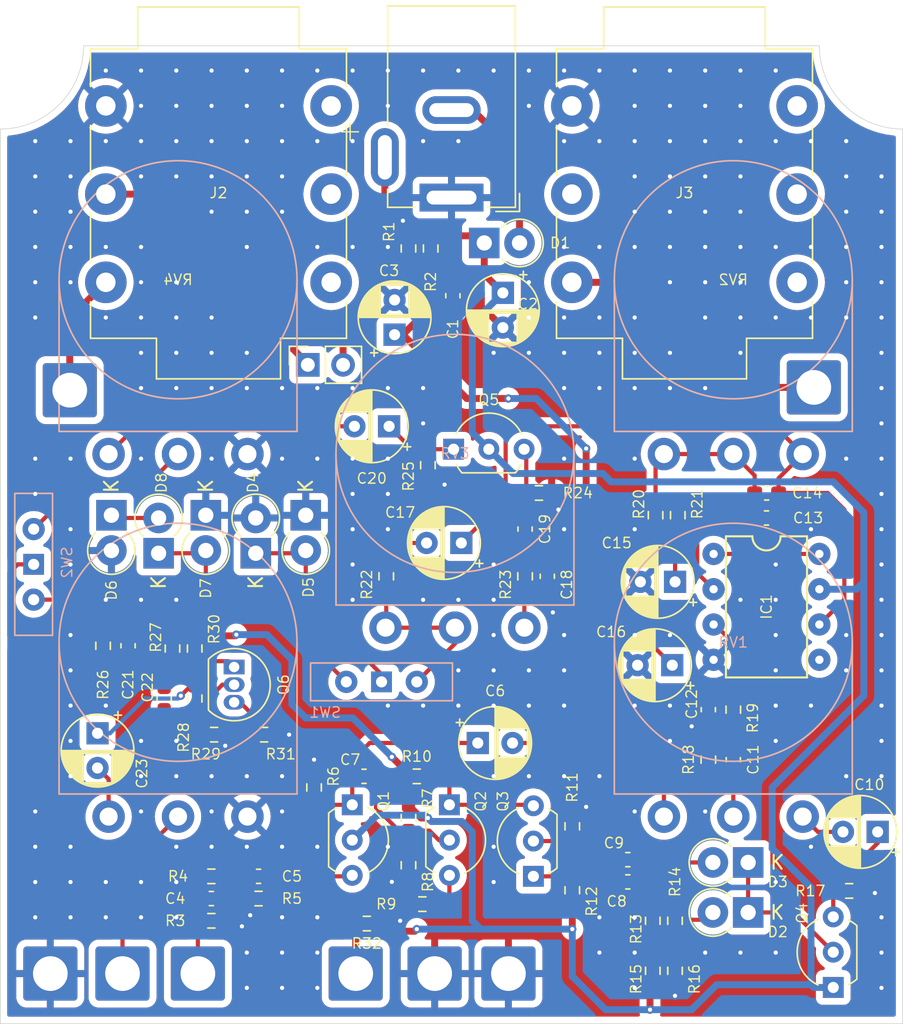
<source format=kicad_pcb>
(kicad_pcb (version 20240108) (generator "pcbnew") (generator_version "8.0")
  (layers (0 "F.Cu" signal) (1 "In1.Cu" signal) (2 "In2.Cu" signal) (31 "B.Cu" signal) (34 "B.Paste" user) (35 "F.Paste" user) (36 "B.SilkS" user "B.Silkscreen") (37 "F.SilkS" user "F.Silkscreen") (38 "B.Mask" user) (39 "F.Mask" user) (44 "Edge.Cuts" user))
  (net 0 "")
  (net 1 "+9V")
  (net 2 "GND")
  (net 3 "VCC")
  (net 4 "OCTAVE_IN")
  (net 5 "Net-(C5-Pad2)")
  (net 6 "Net-(Q1-G)")
  (net 7 "Net-(Q1-D)")
  (net 8 "Net-(C6-Pad2)")
  (net 9 "Net-(Q2-B)")
  (net 10 "Net-(Q3-E)")
  (net 11 "Net-(D2-A)")
  (net 12 "Net-(D3-A)")
  (net 13 "Net-(Q3-C)")
  (net 14 "Net-(C10-Pad2)")
  (net 15 "Net-(Q4-E)")
  (net 16 "DISTORTION_IN")
  (net 17 "Net-(C11-Pad1)")
  (net 18 "Net-(C12-Pad1)")
  (net 19 "Net-(C13-Pad2)")
  (net 20 "Net-(C13-Pad1)")
  (net 21 "Net-(C14-Pad2)")
  (net 22 "Net-(C14-Pad1)")
  (net 23 "Net-(C15-Pad1)")
  (net 24 "Net-(C16-Pad1)")
  (net 25 "Net-(C17-Pad2)")
  (net 26 "Net-(C18-Pad2)")
  (net 27 "Net-(Q5-G)")
  (net 28 "Net-(C20-Pad2)")
  (net 29 "Net-(Q5-D)")
  (net 30 "BOOST_IN")
  (net 31 "Net-(Q6-G)")
  (net 32 "Net-(C22-Pad1)")
  (net 33 "Net-(Q6-D)")
  (net 34 "Net-(C23-Pad2)")
  (net 35 "Net-(D1-A)")
  (net 36 "Net-(D2-K)")
  (net 37 "Net-(D4-K)")
  (net 38 "Net-(D6-K)")
  (net 39 "Net-(D7-A)")
  (net 40 "Net-(J12-Pin_2)")
  (net 41 "Net-(J12-Pin_1)")
  (net 42 "SIGNAL_INPUT")
  (net 43 "OUTPUT")
  (net 44 "OUTPUT_EFFECT")
  (net 45 "Net-(J9-Pin_1)")
  (net 46 "Net-(Q2-E)")
  (net 47 "Net-(Q2-C)")
  (net 48 "Net-(Q6-S)")
  (net 49 "Net-(R13-Pad2)")
  (net 50 "Net-(SW1-B)")
  (net 51 "Net-(R23-Pad1)")
  (net 52 "DISTORTION_OUT")
  (footprint "Capacitor_SMD:C_0603_1608Metric_Pad1.08x0.95mm_HandSolder" (layer "F.Cu") (at 127.6 81.4 -90)
    (property "Reference" "C22")
    (property "Value" "1u" (hide yes))
  )
  (footprint "Resistor_SMD:R_0603_1608Metric_Pad0.98x0.95mm_HandSolder" (layer "F.Cu") (at 146.8 49 -90)
    (property "Reference" "R2")
    (property "Value" "10k" (hide yes))
  )
  (footprint "Resistor_SMD:R_0603_1608Metric_Pad0.98x0.95mm_HandSolder" (layer "F.Cu") (at 164.4 101 -90)
    (property "Reference" "R16")
    (property "Value" "47k" (hide yes))
  )
  (footprint "Diode_THT:D_DO-41_SOD81_P2.54mm_Vertical_KathodeUp" (layer "F.Cu") (at 127.2 70.94 90)
    (property "Reference" "D8")
    (property "Value" "1N4148" (hide yes))
  )
  (footprint "Capacitor_THT:CP_Radial_D5.0mm_P2.50mm" (layer "F.Cu") (at 150.194888 84.6)
    (property "Reference" "C6")
    (property "Value" "1u" (hide yes))
  )
  (footprint "Resistor_SMD:R_0603_1608Metric_Pad0.98x0.95mm_HandSolder" (layer "F.Cu") (at 166.8 85.8 90)
    (property "Reference" "R18")
    (property "Value" "47k" (hide yes))
  )
  (footprint "Resistor_SMD:R_0603_1608Metric_Pad0.98x0.95mm_HandSolder" (layer "F.Cu") (at 131 94.2 180)
    (property "Reference" "R4")
    (property "Value" "1k" (hide yes))
  )
  (footprint "Package_TO_SOT_THT:TO-92_Inline" (layer "F.Cu") (at 132.640001 79.13 -90)
    (property "Reference" "Q6")
    (property "Value" "BS170" (hide yes))
  )
  (footprint "Resistor_SMD:R_0603_1608Metric_Pad0.98x0.95mm_HandSolder" (layer "F.Cu") (at 145.2 90 -90)
    (property "Reference" "R7")
    (property "Value" "470k" (hide yes))
  )
  (footprint "Capacitor_SMD:C_0603_1608Metric_Pad1.08x0.95mm_HandSolder" (layer "F.Cu") (at 142 87 180)
    (property "Reference" "C7")
    (property "Value" "100n" (hide yes))
  )
  (footprint "Resistor_SMD:R_0603_1608Metric_Pad0.98x0.95mm_HandSolder" (layer "F.Cu") (at 157 95.2 90)
    (property "Reference" "R12")
    (property "Value" "10k" (hide yes))
  )
  (footprint "Package_TO_SOT_THT:TO-92L_Inline_Wide" (layer "F.Cu") (at 154.2 94.2 90)
    (property "Reference" "Q3")
    (property "Value" "A970" (hide yes))
  )
  (footprint "Resistor_SMD:R_0603_1608Metric_Pad0.98x0.95mm_HandSolder" (layer "F.Cu") (at 129.8 81.4 90)
    (property "Reference" "R28")
    (property "Value" "470k" (hide yes))
  )
  (footprint "Diode_THT:D_DO-41_SOD81_P2.54mm_Vertical_KathodeUp" (layer "F.Cu") (at 169.668234 96.8 180)
    (property "Reference" "D2")
    (property "Value" "GE" (hide yes))
  )
  (footprint "Connector_Wire:SolderWire-2sqmm_1x01_D2mm_OD3.9mm" (layer "F.Cu") (at 119.4 101.2 90)
    (property "Reference" "J10" (hide yes))
    (property "Value" "Conn_01x01" (hide yes))
  )
  (footprint "Capacitor_SMD:C_0603_1608Metric_Pad1.08x0.95mm_HandSolder" (layer "F.Cu") (at 161 94.6 180)
    (property "Reference" "C8")
    (property "Value" "100n" (hide yes))
  )
  (footprint "Connector_Wire:SolderWire-2sqmm_1x01_D2mm_OD3.9mm" (layer "F.Cu") (at 174.4 59 90)
    (property "Reference" "J8" (hide yes))
    (property "Value" "Conn_01x01" (hide yes))
  )
  (footprint "Package_TO_SOT_THT:TO-92L_Inline_Wide" (layer "F.Cu") (at 175.8 102.2 90)
    (property "Reference" "Q4")
    (property "Value" "ZTX690B/BC547" (hide yes))
  )
  (footprint "Capacitor_SMD:C_0603_1608Metric_Pad1.08x0.95mm_HandSolder" (layer "F.Cu") (at 168.6 85.8 -90)
    (property "Reference" "C11")
    (property "Value" "22n" (hide yes))
  )
  (footprint "Capacitor_SMD:C_0603_1608Metric_Pad1.08x0.95mm_HandSolder" (layer "F.Cu") (at 148.4 52.4 -90)
    (property "Reference" "C1")
    (property "Value" "100n" (hide yes))
  )
  (footprint "Diode_THT:D_DO-41_SOD81_P2.54mm_Vertical_KathodeUp" (layer "F.Cu") (at 134.2 70.94 90)
    (property "Reference" "D4")
    (property "Value" "1N4148" (hide yes))
  )
  (footprint "Capacitor_THT:CP_Radial_D5.0mm_P2.50mm" (layer "F.Cu") (at 164.205112 79 180)
    (property "Reference" "C16")
    (property "Value" "2u2" (hide yes))
  )
  (footprint "Resistor_SMD:R_0603_1608Metric_Pad0.98x0.95mm_HandSolder" (layer "F.Cu") (at 163 68.2 90)
    (property "Reference" "R20")
    (property "Value" "47" (hide yes))
  )
  (footprint "Package_TO_SOT_THT:TO-92L_Inline_Wide" (layer "F.Cu") (at 148.15 89.05 -90)
    (property "Reference" "Q2")
    (property "Value" "ZTX690B/BC547" (hide yes))
  )
  (footprint "Connector_Wire:SolderWire-2sqmm_1x01_D2mm_OD3.9mm" (layer "F.Cu") (at 141.4 101.2 90)
    (property "Reference" "J9" (hide yes))
    (property "Value" "Conn_01x01" (hide yes))
  )
  (footprint "Resistor_SMD:R_0603_1608Metric_Pad0.98x0.95mm_HandSolder" (layer "F.Cu") (at 145.2 49 90)
    (property "Reference" "R1")
    (property "Value" "10k" (hide yes))
  )
  (footprint "Resistor_SMD:R_0603_1608Metric_Pad0.98x0.95mm_HandSolder" (layer "F.Cu") (at 129.8 77.8 90)
    (property "Reference" "R30")
    (property "Value" "10k" (hide yes))
  )
  (footprint "Capacitor_THT:CP_Radial_D5.0mm_P2.50mm" (layer "F.Cu") (at 143.805112 61.8 180)
    (property "Reference" "C20")
    (property "Value" "1u" (hide yes))
  )
  (footprint "Connector_Wire:SolderWire-2sqmm_1x01_D2mm_OD3.9mm" (layer "F.Cu") (at 147.085714 101.2 90)
    (property "Reference" "J11" (hide yes))
    (property "Value" "Conn_01x01" (hide yes))
  )
  (footprint "Resistor_SMD:R_0603_1608Metric_Pad0.98x0.95mm_HandSolder" (layer "F.Cu") (at 146.6 64.6 -90)
    (property "Reference" "R25")
    (property "Value" "10k" (hide yes))
  )
  (footprint "Connector_Wire:SolderWire-2sqmm_1x01_D2mm_OD3.9mm" (layer "F.Cu") (at 130.028572 101.2 90)
    (property "Reference" "J6" (hide yes))
    (property "Value" "Conn_01x01" (hide yes))
  )
  (footprint "Capacitor_SMD:C_0603_1608Metric_Pad1.08x0.95mm_HandSolder" (layer "F.Cu") (at 153.6 69.2 -90)
    (property "Reference" "C19")
    (property "Value" "22n" (hide yes))
  )
  (footprint "Resistor_SMD:R_0603_1608Metric_Pad0.98x0.95mm_HandSolder" (layer "F.Cu") (at 168.6 82.2 90)
    (property "Reference" "R19")
    (property "Value" "1k" (hide yes))
  )
  (footprint "Resistor_SMD:R_0603_1608Metric_Pad0.98x0.95mm_HandSolder" (layer "F.Cu") (at 128.2 77.8 -90)
    (property "Reference" "R27")
    (property "Value" "1k" (hide yes))
  )
  (footprint "Connector_PinSocket_2.54mm:PinSocket_1x02_P2.54mm_Vertical" (layer "F.Cu") (at 137.95 57.375 90)
    (property "Reference" "J12" (hide yes))
    (property "Value" "Conn_01x02" (hide yes))
  )
  (footprint "Connector_Wire:SolderWire-2sqmm_1x01_D2mm_OD3.9mm" (layer "F.Cu") (at 120.8 59.2 90)
    (property "Reference" "J4" (hide yes))
    (property "Value" "Conn_01x01" (hide yes))
  )
  (footprint "LM308:DIL08" (layer "F.Cu") (at 170.99 74.8 -90)
    (property "Reference" "IC1")
    (property "Value" "LM308/OP07" (hide yes))
  )
  (footprint "Resistor_SMD:R_0603_1608Metric_Pad0.98x0.95mm_HandSolder" (layer "F.Cu") (at 154.6 66.6)
    (property "Reference" "R24")
    (property "Value" "1M" (hide yes))
  )
  (footprint "Diode_THT:D_DO-41_SOD81_P2.54mm_Vertical_KathodeUp" (layer "F.Cu") (at 130.6 68.203532 -90)
    (property "Reference" "D7")
    (property "Value" "1N4148" (hide yes))
  )
  (footprint "Capacitor_SMD:C_0603_1608Metric_Pad1.08x0.95mm_HandSolder" (layer "F.Cu") (at 134.4 94.2 180)
    (property "Reference" "C5")
    (property "Value" "100n" (hide yes))
  )
  (footprint "Resistor_SMD:R_0603_1608Metric_Pad0.98x0.95mm_HandSolder" (layer "F.Cu") (at 143.6 72.6 -90)
    (property "Reference" "R22")
    (property "Value" "1k" (hide yes))
  )
  (footprint "Package_TO_SOT_THT:TO-92L_Inline_Wide" (layer "F.Cu") (at 148.45 63.45)
    (property "Reference" "Q5")
    (property "Value" "J109" (hide yes))
  )
  (footprint "Resistor_SMD:R_0603_1608Metric_Pad0.98x0.95mm_HandSolder" (layer "F.Cu") (at 145.8 87)
    (property "Reference" "R10")
    (property "Value" "22k" (hide yes))
  )
  (footprint "Resistor_SMD:R_0603_1608Metric_Pad0.98x0.95mm_HandSolder" (layer "F.Cu") (at 142.2 97.6 180)
    (property "Reference" "R32")
    (property "Value" "1k" (hide yes))
  )
  (footprint "Capacitor_THT:CP_Radial_D5.0mm_P2.50mm" (layer "F.Cu") (at 179 91 180)
    (property "Reference" "C10")
    (property "Value" "1u" (hide yes))
  )
  (footprint "Resistor_SMD:R_0603_1608Metric_Pad0.98x0.95mm_HandSolder" (layer "F.Cu") (at 164.4 97.4 90)
    (property "Reference" "R14")
    (property "Value" "100k" (hide yes))
  )
  (footprint "Resistor_SMD:R_0603_1608Metric_Pad0.98x0.95mm_HandSolder" (layer "F.Cu") (at 153.6 72.6 90)
    (property "Reference" "R23")
    (property "Value" "1k5" (hide yes))
  )
  (footprint "Resistor_SMD:R_0603_1608Metric_Pad0.98x0.95mm_HandSolder" (layer "F.Cu") (at 131 97.4)
    (property "Reference" "R3")
    (property "Value" "1M" (hide yes))
  )
  (footprint "Resistor_SMD:R_0603_1608Metric_Pad0.98x0.95mm_HandSolder" (layer "F.Cu") (at 131.2 84 180)
    (property "Reference" "R29")
    (property "Value" "470k" (hide yes))
  )
  (footprint "Diode_THT:D_DO-41_SOD81_P2.54mm_Vertical_KathodeUp" (layer "F.Cu") (at 137.8 68.203532 -90)
    (property "Reference" "D5")
    (property "Value" "1N4148" (hide yes))
  )
  (footprint "Capacitor_THT:CP_Radial_D5.0mm_P2.50mm" (layer "F.Cu") (at 164.405113 73 180)
    (property "Reference" "C15")
    (property "Value" "4u7" (hide yes))
  )
  (footprint "Capacitor_SMD:C_0603_1608Metric_Pad1.08x0.95mm_HandSolder" (layer "F.Cu") (at 125 77.6 -90)
    (property "Reference" "C21")
    (property "Value" "100p" (hide yes))
  )
  (footprint "Capacitor_SMD:C_0603_1608Metric_Pad1.08x0.95mm_HandSolder" (layer "F.Cu") (at 166.8 82.2 -90)
    (property "Reference" "C12")
    (property "Value" "1n" (hide yes))
  )
  (footprint "Resistor_SMD:R_0603_1608Metric_Pad0.98x0.95mm_HandSolder" (layer "F.Cu") (at 164.6 68.2 90)
    (property "Reference" "R21")
    (property "Value" "560" (hide yes))
  )
  (footprint "Resistor_SMD:R_0603_1608Metric_Pad0.98x0.95mm_HandSolder" (layer "F.Cu") (at 138.4 87.8 90)
    (property "Reference" "R6")
    (property "Value" "10k" (hide yes))
  )
  (footprint "Connector_Wire:SolderWire-2sqmm_1x01_D2mm_OD3.9mm" (layer "F.Cu") (at 124.6 101.2 90)
    (property "Reference" "J7" (hide yes))
    (property "Value" "Conn_01x01" (hide yes))
  )
  (footprint "Resistor_SMD:R_0603_1608Metric_Pad0.98x0.95mm_HandSolder" (layer "F.Cu") (at 134.8 84 180)
    (property "Reference" "R31")
    (property "Value" "470" (hide yes))
  )
  (footprint "Diode_THT:D_DO-41_SOD81_P2.54mm_Vertical_KathodeUp" (layer "F.Cu") (at 150.66 48.6)
    (property "Reference" "D1")
    (property "Value" "1N4007" (hide yes))
  )
  (footprint "Resistor_SMD:R_0603_1608Metric_Pad0.98x0.95mm_HandSolder" (layer "F.Cu") (at 146.2 96.2 180)
    (property "Reference" "R9")
    (property "Value" "2k2" (hide yes))
  )
  (footprint "Resistor_SMD:R_0603_1608Metric_Pad0.98x0.95mm_HandSolder" (layer "F.Cu") (at 162.8 97.4 -90)
    (property "Reference" "R13")
    (property "Value" "100k" (hide yes))
  )
  (footprint "Connector_Audio:Jack_6.35mm_Neutrik_NMJ6HCD2_Horizontal" (layer "F.Cu") (at 156.97 51.435 90)
    (property "Reference" "J3")
    (property "Value" "AudioJack2" (hide yes))
  )
  (footprint "Resistor_SMD:R_0603_1608Metric_Pad0.98x0.95mm_HandSolder" (layer "F.Cu") (at 157 90.6 90)
    (property "Reference" "R11")
    (property "Value" "10k" (hide yes))
  )
  (footprint "Resistor_SMD:R_0603_1608Metric_Pad0.98x0.95mm_HandSolder" (layer "F.Cu") (at 123.2 77.6 -90)
    (property "Reference" "R26")
    (property "Value" "1M" (hide yes))
  )
  (footprint "Connector_BarrelJack:BarrelJack_GCT_DCJ200-10-A_Horizontal" (layer "F.Cu") (at 148.3 45.335 180)
    (property "Reference" "J1" (hide yes))
    (property "Value" "Barrel_Jack_Switch" (hide yes))
  )
  (footprint "Package_TO_SOT_THT:TO-92L_Inline_Wide" (layer "F.Cu") (at 141.15 89.05 -90)
    (property "Reference" "Q1")
    (property "Value" "J109" (hide yes))
  )
  (footprint "Capacitor_THT:CP_Radial_D5.0mm_P2.50mm" (layer "F.Cu") (at 149.005113 70.2 180)
    (property "Reference" "C17")
    (property "Value" "4u7" (hide yes))
  )
  (footprint "Capacitor_SMD:C_0603_1608Metric_Pad1.08x0.95mm_HandSolder" (layer "F.Cu") (at 155.2 72.6 90)
    (property "Reference" "C18")
    (property "Value" "3n3" (hide yes))
  )
  (footprint "Connector_Audio:Jack_6.35mm_Neutrik_NMJ6HCD2_Horizontal" (layer "F.Cu") (at 123.4 51.435 90)
    (property "Reference" "J2")
    (property "Value" "AudioJack3" (hide yes))
  )
  (footprint "Resistor_SMD:R_0603_1608Metric_Pad0.98x0.95mm_HandSolder" (layer "F.Cu") (at 145.2 93.4 -90)
    (property "Reference" "R8")
    (property "Value" "47k" (hide yes))
  )
  (footprint "Capacitor_SMD:C_0603_1608Metric_Pad1.08x0.95mm_HandSolder" (layer "F.Cu") (at 170.989999 68.400002)
    (property "Reference" "C13")
    (property "Value" "30p" (hide yes))
  )
  (footprint "Connector_Wire:SolderWire-2sqmm_1x01_D2mm_OD3.9mm" (layer "F.Cu") (at 152.4 101.2 90)
    (property "Reference" "J5" (hide yes))
    (property "Value" "Conn_01x01" (hide yes))
  )
  (footprint "Diode_THT:D_DO-41_SOD81_P2.54mm_Vertical_KathodeUp" (layer "F.Cu") (at 169.668234 93.2 180)
    (property "Reference" "D3")
    (property "Value" "GE" (hide yes))
  )
  (footprint "Diode_THT:D_DO-41_SOD81_P2.54mm_Vertical_KathodeUp" (layer "F.Cu") (at 123.8 68.203533 -90)
    (property "Reference" "D6")
    (property "Value" "LED" (hide yes))
  )
  (footprint "Capacitor_SMD:C_0603_1608Metric_Pad1.08x0.95mm_HandSolder" (layer "F.Cu") (at 161 93 180)
    (property "Reference" "C9")
    (property "Value" "100n" (hide yes))
  )
  (footprint "Capacitor_THT:CP_Radial_D5.0mm_P2.50mm" (layer "F.Cu") (at 152 52.194887 -90)
    (property "Reference" "C2")
    (property "Value" "100u" (hide yes))
  )
  (footprint "Capacitor_SMD:C_0603_1608Metric_Pad1.08x0.95mm_HandSolder" (layer "F.Cu") (at 171 66.6 180)
    (property "Reference" "C14")
    (property "Value" "100p" (hide yes))
  )
  (footprint "Capacitor_SMD:C_0603_1608Metric_Pad1.08x0.95mm_HandSolder" (layer "F.Cu") (at 131 95.8 180)
    (property "Reference" "C4")
    (property "Value" "100p" (hide yes))
  )
  (footprint "Capacitor_THT:CP_Radial_D5.0mm_P2.50mm" (layer "F.Cu") (at 144.2 55.205113 90)
    (property "Reference" "C3")
    (property "Value" "10u" (hide yes))
  )
  (footprint "Resistor_SMD:R_0603_1608Metric_Pad0.98x0.95mm_HandSolder" (layer "F.Cu") (at 134.4 95.8 180)
    (property "Reference" "R5")
    (property "Value" "1M" (hide yes))
  )
  (footprint "Capacitor_THT:CP_Radial_D5.0mm_P2.50mm" (layer "F.Cu") (at 122.8 83.9 -90)
    (property "Reference" "C23")
    (property "Value" "10u" (hide yes))
  )
  (footprint "Resistor_SMD:R_0603_1608Metric_Pad0.98x0.95mm_HandSolder" (layer "F.Cu") (at 176.949997 95.25)
    (property "Reference" "R17")
    (property "Value" "10k" (hide yes))
  )
  (footprint "Resistor_SMD:R_0603_1608Metric_Pad0.98x0.95mm_HandSolder" (layer "F.Cu") (at 162.8 101 90)
    (property "Reference" "R15")
    (property "Value" "47k" (hide yes))
  )
  (footprint "Potentiometer_THT:Potentiometer_Omeg_PC16BU_Vertical" (layer "B.Cu") (at 163.6 63.8 90)
    (property "Reference" "RV2")
    (property "Value" "A 100k" (hide yes))
  )
  (footprint "Button_Switch_THT:SW_Slide-03_Wuerth-WS-SLTV_10x2.5x6.4_P2.54mm" (layer "B.Cu") (at 118.2 71.74 -90)
    (property "Reference" "SW2")
    (property "Value" "SW_SPDT" (hide yes))
  )
  (footprint "Potentiometer_THT:Potentiometer_Omeg_PC16BU_Vertical" (layer "B.Cu") (at 143.55 76.3 90)
    (property "Reference" "RV3")
    (property "Value" "A 100k" (hide yes))
  )
  (footprint "Potentiometer_THT:Potentiometer_Omeg_PC16BU_Vertical" (layer "B.Cu") (at 123.6 89.9 90)
    (property "Reference" "RV5" (hide yes))
    (property "Value" "A 100k" (hide yes))
  )
  (footprint "Potentiometer_THT:Potentiometer_Omeg_PC16BU_Vertical" (layer "B.Cu") (at 123.6 63.8 90)
    (property "Reference" "RV4")
    (property "Value" "A 100k" (hide yes))
  )
  (footprint "Button_Switch_THT:SW_Slide-03_Wuerth-WS-SLTV_10x2.5x6.4_P2.54mm" (layer "B.Cu") (at 143.26 80.2 180)
    (property "Reference" "SW1")
    (property "Value" "SW_SPDT" (hide yes))
  )
  (footprint "Potentiometer_THT:Potentiometer_Omeg_PC16BU_Vertical" (layer "B.Cu") (at 163.6 89.9 90)
    (property "Reference" "RV1")
    (property "Value" "B 50k" (hide yes))
  )
  (gr_line (start 141 41.2) (end 141 40) (stroke (width 0.1)) (layer "F.SilkS"))
  (gr_line (start 140.4 40.6) (end 141.6 40.6) (stroke (width 0.1)) (layer "F.SilkS"))
  (gr_arc (start 121.8 34.4) (mid 120.042641 38.642641) (end 115.8 40.4) (stroke (width 0.05)) (layer "Edge.Cuts"))
  (gr_line (start 180.8 104.8) (end 115.8 104.8) (stroke (width 0.05)) (layer "Edge.Cuts"))
  (gr_line (start 180.8 40.4) (end 180.8 104.8) (stroke (width 0.05)) (layer "Edge.Cuts"))
  (gr_arc (start 180.8 40.4) (mid 176.557359 38.642641) (end 174.8 34.4) (stroke (width 0.05)) (layer "Edge.Cuts"))
  (gr_line (start 115.8 104.8) (end 115.8 40.4) (stroke (width 0.05)) (layer "Edge.Cuts"))
  (gr_line (start 121.8 34.4) (end 174.8 34.4) (stroke (width 0.05)) (layer "Edge.Cuts"))
  (segment (start 144.8875 88.775) (end 145.2 89.0875) (width 0.5) (layer "F.Cu") (net 1))
  (segment (start 146.6 90) (end 146.1125 90) (width 0.5) (layer "F.Cu") (net 1))
  (segment (start 143.6625 98.15) (end 143.1125 97.6) (width 0.5) (layer "F.Cu") (net 1))
  (segment (start 144.8875 87) (end 144.8875 86.4875) (width 0.5) (layer "F.Cu") (net 1))
  (segment (start 148.4 51.537499) (end 149.982501 51.537499) (width 0.5) (layer "F.Cu") (net 1))
  (segment (start 132.7125 76.8875) (end 132.8 76.8) (width 0.5) (layer "F.Cu") (net 1))
  (segment (start 157 98) (end 157 96.1125) (width 0.5) (layer "F.Cu") (net 1))
  (segment (start 151 51.2) (end 151.005113 51.2) (width 0.5) (layer "F.Cu") (net 1))
  (segment (start 144.8875 86.4875) (end 144 85.6) (width 0.5) (layer "F.Cu") (net 1))
  (segment (start 151.005113 51.2) (end 152 52.194887) (width 0.5) (layer "F.Cu") (net 1))
  (segment (start 162.6 102.1125) (end 162.8 101.9125) (width 0.5) (layer "F.Cu") (net 1))
  (segment (start 162.6 103.8) (end 162.6 102.1125) (width 0.5) (layer "F.Cu") (net 1))
  (segment (start 145.65 98.15) (end 143.6625 98.15) (width 0.5) (layer "F.Cu") (net 1))
  (segment (start 149.982501 51.537499) (end 150.66 50.86) (width 0.5) (layer "F.Cu") (net 1))
  (segment (start 144.8875 87) (end 144.8875 88.775) (width 0.5) (layer "F.Cu") (net 1))
  (segment (start 146.8 48.0875) (end 150.1475 48.0875) (width 0.5) (layer "F.Cu") (net 1))
  (segment (start 152 52.194887) (end 151.994887 52.194887) (width 0.5) (layer "F.Cu") (net 1))
  (segment (start 150.66 50.86) (end 151 51.2) (width 0.5) (layer "F.Cu") (net 1))
  (segment (start 129.8 76.8875) (end 132.7125 76.8875) (width 0.5) (layer "F.Cu") (net 1))
  (segment (start 146.1125 90) (end 145.2 89.0875) (width 0.5) (layer "F.Cu") (net 1))
  (segment (start 150.66 50.86) (end 150.66 48.6) (width 0.5) (layer "F.Cu") (net 1))
  (segment (start 150.1475 48.0875) (end 150.66 48.6) (width 0.5) (layer "F.Cu") (net 1))
  (segment (start 145.8 98) (end 145.65 98.15) (width 0.5) (layer "F.Cu") (net 1))
  (via (at 144 85.6) (size 0.6) (drill 0.3) (layers "F.Cu" "B.Cu") (net 1))
  (via (at 145.8 98) (size 0.6) (drill 0.3) (layers "F.Cu" "B.Cu") (net 1))
  (via (at 157 98) (size 0.6) (drill 0.3) (layers "F.Cu" "B.Cu") (net 1))
  (via (at 132.8 76.8) (size 0.6) (drill 0.3) (layers "F.Cu" "B.Cu") (net 1))
  (via (at 162.6 103.8) (size 0.6) (drill 0.3) (layers "F.Cu" "B.Cu") (net 1))
  (via (at 146.6 90) (size 0.6) (drill 0.3) (layers "F.Cu" "B.Cu") (net 1))
  (segment (start 146.4 89.8) (end 146.6 90) (width 0.5) (layer "B.Cu") (net 1))
  (segment (start 145.8 98) (end 150.4 98) (width 0.5) (layer "B.Cu") (net 1))
  (segment (start 178 81.2) (end 171.4 87.8) (width 0.5) (layer "B.Cu") (net 1))
  (segment (start 159.2 65.2) (end 159.8 65.8) (width 0.5) (layer "B.Cu") (net 1))
  (segment (start 144 85.6) (end 141.2 82.8) (width 0.5) (layer "B.Cu") (net 1))
  (segment (start 159.8 65.8) (end 175.8 65.8) (width 0.5) (layer "B.Cu") (net 1))
  (segment (start 135 76.8) (end 132.8 76.8) (width 0.5) (layer "B.Cu") (net 1))
  (segment (start 136.8 78.6) (end 135 76.8) (width 0.5) (layer "B.Cu") (net 1))
  (segment (start 174.4 102.2) (end 175.8 102.2) (width 0.5) (layer "B.Cu") (net 1))
  (segment (start 141.2 82.8) (end 137.8 82.8) (width 0.5) (layer "B.Cu") (net 1))
  (segment (start 157.6 102) (end 157 101.4) (width 0.5) (layer "B.Cu") (net 1))
  (segment (start 150.4 98) (end 149.8 97.4) (width 0.5) (layer "B.Cu") (net 1))
  (segment (start 159.4 103.8) (end 157.6 102) (width 0.5) (layer "B.Cu") (net 1))
  (segment (start 149.8 97.4) (end 149.8 91) (width 0.5) (layer "B.Cu") (net 1))
  (segment (start 146.85 90.25) (end 146.6 90) (width 0.5) (layer "B.Cu") (net 1))
  (segment (start 150.99 63.45) (end 152.74 65.2) (width 0.5) (layer "B.Cu") (net 1))
  (segment (start 174.2 95) (end 174.2 102) (width 0.5) (layer "B.Cu") (net 1))
  (segment (start 171.4 92.2) (end 174.2 95) (width 0.5) (layer "B.Cu") (net 1))
  (segment (start 142.94 89.8) (end 146.4 89.8) (width 0.5) (layer "B.Cu") (net 1))
  (segment (start 152 52.194887) (end 149.8 54.394887) (width 0.5) (layer "B.Cu") (net 1))
  (segment (start 166 103.4) (end 165.6 103.8) (width 0.5) (layer "B.Cu") (net 1))
  (segment (start 174.2 102) (end 167.4 102) (width 0.5) (layer "B.Cu") (net 1))
  (segment (start 141.15 91.59) (end 142.94 89.8) (width 0.5) (layer "B.Cu") (net 1))
  (segment (start 177.47 73.53) (end 174.8 73.53) (width 0.5) (layer "B.Cu") (net 1))
  (segment (start 178 68) (end 178 73) (width 0.5) (layer "B.Cu") (net 1))
  (segment (start 150.4 98) (end 157 98) (width 0.5) (layer "B.Cu") (net 1))
  (segment (start 178 73) (end 178 81.2) (width 0.5) (layer "B.Cu") (net 1))
  (segment (start 178 73) (end 177.47 73.53) (width 0.5) (layer "B.Cu") (net 1))
  (segment (start 174.2 102) (end 174.4 102.2) (width 0.5) (layer "B.Cu") (net 1))
  (segment (start 149.8 62.26) (end 150.99 63.45) (width 0.5) (layer "B.Cu") (net 1))
  (segment (start 149.05 90.25) (end 146.85 90.25) (width 0.5) (layer "B.Cu") (net 1))
  (segment (start 136.8 81.8) (end 136.8 78.6) (width 0.5) (layer "B.Cu") (net 1))
  (segment (start 149.8 91) (end 149.05 90.25) (width 0.5) (layer "B.Cu") (net 1))
  (segment (start 149.8 54.394887) (end 149.8 62.26) (width 0.5) (layer "B.Cu") (net 1))
  (segment (start 162.6 103.8) (end 159.4 103.8) (width 0.5) (layer "B.Cu") (net 1))
  (segment (start 171.4 87.8) (end 171.4 92.2) (width 0.5) (layer "B.Cu") (net 1))
  (segment (start 175.8 65.8) (end 178 68) (width 0.5) (layer "B.Cu") (net 1))
  (segment (start 137.8 82.8) (end 136.8 81.8) (width 0.5) (layer "B.Cu") (net 1))
  (segment (start 167.4 102) (end 166 103.4) (width 0.5) (layer "B.Cu") (net 1))
  (segment (start 152.74 65.2) (end 159.2 65.2) (width 0.5) (layer "B.Cu") (net 1))
  (segment (start 165.6 103.8) (end 162.6 103.8) (width 0.5) (layer "B.Cu") (net 1))
  (segment (start 157 101.4) (end 157 98) (width 0.5) (layer "B.Cu") (net 1))
  (segment (start 155.5125 67.3125) (end 156 67.8) (width 0.3) (layer "F.Cu") (net 2))
  (segment (start 131.862501 97.350001) (end 131.9125 97.4) (width 0.3) (layer "F.Cu") (net 2))
  (segment (start 147.3125 65.5125) (end 147.8 66) (width 0.3) (layer "F.Cu") (net 2))
  (segment (start 178.65 95.25) (end 178.8 95.4) (width 0.3) (layer "F.Cu") (net 2))
  (segment (start 131.862501 95.8) (end 133.4875 95.8) (width 0.3) (layer "F.Cu") (net 2))
  (segment (start 145.2875 94.4) (end 145.2 94.3125) (width 0.3) (layer "F.Cu") (net 2))
  (segment (start 133.4875 96.6875) (end 133.8 97) (width 0.3) (layer "F.Cu") (net 2))
  (segment (start 145.2 94.3125) (end 144.2875 94.3125) (width 0.3) (layer "F.Cu") (net 2))
  (segment (start 164.4 101.9125) (end 164.4 102.8) (width 0.5) (layer "F.Cu") (net 2))
  (segment (start 155.5125 66.6) (end 155.5125 67.3125) (width 0.3) (layer "F.Cu") (net 2))
  (segment (start 157 89.6875) (end 157.5125 89.6875) (width 0.3) (layer "F.Cu") (net 2))
  (segment (start 132.1125 84) (end 132.1125 84.6875) (width 0.3) (layer "F.Cu") (net 2))
  (segment (start 144.2875 94.3125) (end 144 94.6) (width 0.3) (layer "F.Cu") (net 2))
  (segment (start 138.4 86.8875) (end 138.4 85.8) (width 0.3) (layer "F.Cu") (net 2))
  (segment (start 145.2875 96.7125) (end 144.6 97.4) (width 0.3) (layer "F.Cu") (net 2))
  (segment (start 133.4875 95.8) (end 133.4875 96.6875) (width 0.3) (layer "F.Cu") (net 2))
  (segment (start 146.6 65.5125) (end 147.3125 65.5125) (width 0.3) (layer "F.Cu") (net 2))
  (segment (start 166.8 83.062501) (end 165.937499 83.062501) (width 0.3) (layer "F.Cu") (net 2))
  (segment (start 131.9125 97.4) (end 132.8 97.4) (width 0.3) (layer "F.Cu") (net 2))
  (segment (start 132.8 97.4) (end 133.2 97.8) (width 0.3) (layer "F.Cu") (net 2))
  (segment (start 135.7125 84) (end 136.6 84) (width 0.3) (layer "F.Cu") (net 2))
  (segment (start 155.2 74.8) (end 155.6 75.2) (width 0.3) (layer "F.Cu") (net 2))
  (segment (start 155.2 73.462501) (end 155.2 74.8) (width 0.3) (layer "F.Cu") (net 2))
  (segment (start 144.8 47) (end 145.2 47.4) (width 0.5) (layer "F.Cu") (net 2))
  (segment (start 131.862501 95.8) (end 131.862501 97.350001) (width 0.3) (layer "F.Cu") (net 2))
  (segment (start 165.937499 83.062501) (end 165.6 83.4) (width 0.3) (layer "F.Cu") (net 2))
  (segment (start 145.2875 96.2) (end 145.2875 94.4) (width 0.3) (layer "F.Cu") (net 2))
  (segment (start 132.1125 84.6875) (end 132 84.8) (width 0.3) (layer "F.Cu") (net 2))
  (segment (start 157.5125 89.6875) (end 158 89.2) (width 0.3) (layer "F.Cu") (net 2))
  (segment (start 177.862497 95.25) (end 178.65 95.25) (width 0.3) (layer "F.Cu") (net 2))
  (segment (start 145.2875 96.2) (end 145.2875 96.7125) (width 0.3) (layer "F.Cu") (net 2))
  (segment (start 145.2 47.4) (end 145.2 48.0875) (width 0.5) (layer "F.Cu") (net 2))
  (via (at 156.415 86.99) (size 0.6) (drill 0.3) (layers "F.Cu" "B.Cu") (net 2))
  (via (at 118.315 41.27) (size 0.6) (drill 0.3) (layers "F.Cu" "B.Cu") (net 2))
  (via (at 133.2 97.8) (size 0.6) (drill 0.3) (layers "F.Cu" "B.Cu") (net 2))
  (via (at 128.475 38.73) (size 0.6) (drill 0.3) (layers "F.Cu" "B.Cu") (net 2))
  (via (at 146.255 74.29) (size 0.6) (drill 0.3) (layers "F.Cu" "B.Cu") (net 2))
  (via (at 153.875 56.51) (size 0.6) (drill 0.3) (layers "F.Cu" "B.Cu") (net 2))
  (via (at 179.275 69.21) (size 0.6) (drill 0.3) (layers "F.Cu" "B.Cu") (net 2))
  (via (at 118.315 48.89) (size 0.6) (drill 0.3) (layers "F.Cu" "B.Cu") (net 2))
  (via (at 156.415 56.51) (size 0.6) (drill 0.3) (layers "F.Cu" "B.Cu") (net 2))
  (via (at 179.275 66.67) (size 0.6) (drill 0.3) (layers "F.Cu" "B.Cu") (net 2))
  (via (at 158.955 56.51) (size 0.6) (drill 0.3) (layers "F.Cu" "B.Cu") (net 2))
  (via (at 176.735 48.89) (size 0.6) (drill 0.3) (layers "F.Cu" "B.Cu") (net 2))
  (via (at 118.315 53.97) (size 0.6) (drill 0.3) (layers "F.Cu" "B.Cu") (net 2))
  (via (at 128.475 94.61) (size 0.6) (drill 0.3) (layers "F.Cu" "B.Cu") (net 2))
  (via (at 120.855 51.43) (size 0.6) (drill 0.3) (layers "F.Cu" "B.Cu") (net 2))
  (via (at 133.555 92.07) (size 0.6) (drill 0.3) (layers "F.Cu" "B.Cu") (net 2))
  (via (at 161.495 76.83) (size 0.6) (drill 0.3) (layers "F.Cu" "B.Cu") (net 2))
  (via (at 161.495 81.91) (size 0.6) (drill 0.3) (layers "F.Cu" "B.Cu") (net 2))
  (via (at 166.575 38.73) (size 0.6) (drill 0.3) (layers "F.Cu" "B.Cu") (net 2))
  (via (at 136.095 102.23) (size 0.6) (drill 0.3) (layers "F.Cu" "B.Cu") (net 2))
  (via (at 138.635 41.27) (size 0.6) (drill 0.3) (layers "F.Cu" "B.Cu") (net 2))
  (via (at 131.015 46.35) (size 0.6) (drill 0.3) (layers "F.Cu" "B.Cu") (net 2))
  (via (at 131.015 92.07) (size 0.6) (drill 0.3) (layers "F.Cu" "B.Cu") (net 2))
  (via (at 133.555 102.23) (size 0.6) (drill 0.3) (layers "F.Cu" "B.Cu") (net 2))
  (via (at 120.855 84.45) (size 0.6) (drill 0.3) (layers "F.Cu" "B.Cu") (net 2))
  (via (at 156.415 81.91) (size 0.6) (drill 0.3) (layers "F.Cu" "B.Cu") (net 2))
  (via (at 151.335 36.19) (size 0.6) (drill 0.3) (layers "F.Cu" "B.Cu") (net 2))
  (via (at 164.035 36.19) (size 0.6) (drill 0.3) (layers "F.Cu" "B.Cu") (net 2))
  (via (at 133.555 59.05) (size 0.6) (drill 0.3) (layers "F.Cu" "B.Cu") (net 2))
  (via (at 161.495 43.81) (size 0.6) (drill 0.3) (layers "F.Cu" "B.Cu") (net 2))
  (via (at 156.415 59.05) (size 0.6) (drill 0.3) (layers "F.Cu" "B.Cu") (net 2))
  (via (at 156.415 41.27) (size 0.6) (drill 0.3) (layers "F.Cu" "B.Cu") (net 2))
  (via (at 138.635 92.07) (size 0.6) (drill 0.3) (layers "F.Cu" "B.Cu") (net 2))
  (via (at 128.475 43.81) (size 0.6) (drill 0.3) (layers "F.Cu" "B.Cu") (net 2))
  (via (at 131.015 56.51) (size 0.6) (drill 0.3) (layers "F.Cu" "B.Cu") (net 2))
  (via (at 156.415 69.21) (size 0.6) (drill 0.3) (layers "F.Cu" "B.Cu") (net 2))
  (via (at 146.255 41.27) (size 0.6) (drill 0.3) (layers "F.Cu" "B.Cu") (net 2))
  (via (at 179.275 86.99) (size 0.6) (drill 0.3) (layers "F.Cu" "B.Cu") (net 2))
  (via (at 136.095 59.05) (size 0.6) (drill 0.3) (layers "F.Cu" "B.Cu") (net 2))
  (via (at 146.255 61.59) (size 0.6) (drill 0.3) (layers "F.Cu" "B.Cu") (net 2))
  (via (at 166.575 53.97) (size 0.6) (drill 0.3) (layers "F.Cu" "B.Cu") (net 2))
  (via (at 120.855 69.21) (size 0.6) (drill 0.3) (layers "F.Cu" "B.Cu") (net 2))
  (via (at 161.495 46.35) (size 0.6) (drill 0.3) (layers "F.Cu" "B.Cu") (net 2))
  (via (at 138.635 36.19) (size 0.6) (drill 0.3) (layers "F.Cu" "B.Cu") (net 2))
  (via (at 158 89.2) (size 0.6) (drill 0.3) (layers "F.Cu" "B.Cu") (net 2))
  (via (at 123.395 41.27) (size 0.6) (drill 0.3) (layers "F.Cu" "B.Cu") (net 2))
  (via (at 156.415 48.89) (size 0.6) (drill 0.3) (layers "F.Cu" "B.Cu") (net 2))
  (via (at 143.715 59.05) (size 0.6) (drill 0.3) (layers "F.Cu" "B.Cu") (net 2))
  (via (at 156.415 36.19) (size 0.6) (drill 0.3) (layers "F.Cu" "B.Cu") (net 2))
  (via (at 136.095 89.53) (size 0.6) (drill 0.3) (layers "F.Cu" "B.Cu") (net 2))
  (via (at 143.715 66.67) (size 0.6) (drill 0.3) (layers "F.Cu" "B.Cu") (net 2))
  (via (at 138.635 99.69) (size 0.6) (drill 0.3) (layers "F.Cu" "B.Cu") (net 2))
  (via (at 179.275 48.89) (size 0.6) (drill 0.3) (layers "F.Cu" "B.Cu") (net 2))
  (via (at 133.555 38.73) (size 0.6) (drill 0.3) (layers "F.Cu" "B.Cu") (net 2))
  (via (at 166.575 59.05) (size 0.6) (drill 0.3) (layers "F.Cu" "B.Cu") (net 2))
  (via (at 141.175 36.19) (size 0.6) (drill 0.3) (layers "F.Cu" "B.Cu") (net 2))
  (via (at 179.275 53.97) (size 0.6) (drill 0.3) (layers "F.Cu" "B.Cu") (net 2))
  (via (at 133.555 48.89) (size 0.6) (drill 0.3) (layers "F.Cu" "B.Cu") (net 2))
  (via (at 151.335 76.83) (size 0.6) (drill 0.3) (layers "F.Cu" "B.Cu") (net 2))
  (via (at 143.715 48.89) (size 0.6) (drill 0.3) (layers "F.Cu" "B.Cu") (net 2))
  (via (at 169.115 56.51) (size 0.6) (drill 0.3) (layers "F.Cu" "B.Cu") (net 2))
  (via (at 158.955 86.99) (size 0.6) (drill 0.3) (layers "F.Cu" "B.Cu") (net 2))
  (via (at 171.655 71.75) (size 0.6) (drill 0.3) (layers "F.Cu" "B.Cu") (net 2))
  (via (at 166.575 41.27) (size 0.6) (drill 0.3) (layers "F.Cu" "B.Cu") (net 2))
  (via (at 133.555 99.69) (size 0.6) (drill 0.3) (layers "F.Cu" "B.Cu") (net 2))
  (via (at 125.935 94.61) (size 0.6) (drill 0.3) (layers "F.Cu" "B.Cu") (net 2))
  (via (at 171.655 84.45) (size 0.6) (drill 0.3) (layers "F.Cu" "B.Cu") (net 2))
  (via (at 158.955 59.05) (size 0.6) (drill 0.3) (layers "F.Cu" "B.Cu") (net 2))
  (via (at 176.735 86.99) (size 0.6) (drill 0.3) (layers "F.Cu" "B.Cu") (net 2))
  (via (at 120.855 97.15) (size 0.6) (drill 0.3) (layers "F.Cu" "B.Cu") (net 2))
  (via (at 174.195 41.27) (size 0.6) (drill 0.3) (layers "F.Cu" "B.Cu") (net 2))
  (via (at 161.495 48.89) (size 0.6) (drill 0.3) (layers "F.Cu" "B.Cu") (net 2))
  (via (at 141.175 69.21) (size 0.6) (drill 0.3) (layers "F.Cu" "B.Cu") (net 2))
  (via (at 151.335 56.51) (size 0.6) (drill 0.3) (layers "F.Cu" "B.Cu") (net 2))
  (via (at 120.855 79.37) (size 0.6) (drill 0.3) (layers "F.Cu" "B.Cu") (net 2))
  (via (at 118.315 97.15) (size 0.6) (drill 0.3) (layers "F.Cu" "B.Cu") (net 2))
  (via (at 165.6 83.4) (size 0.6) (drill 0.3) (layers "F.Cu" "B.Cu") (net 2))
  (via (at 118.315 43.81) (size 0.6) (drill 0.3) (layers "F.Cu" "B.Cu") (net 2))
  (via (at 144.6 97.4) (size 0.6) (drill 0.3) (layers "F.Cu" "B.Cu") (net 2))
  (via (at 148.795 36.19) (size 0.6) (drill 0.3) (layers "F.Cu" "B.Cu") (net 2))
  (via (at 164.035 38.73) (size 0.6) (drill 0.3) (layers "F.Cu" "B.Cu") (net 2))
  (via (at 128.475 92.07) (size 0.6) (drill 0.3) (layers "F.Cu" "B.Cu") (net 2))
  (via (at 171.655 36.19) (size 0.6) (drill 0.3) (layers "F.Cu" "B.Cu") (net 2))
  (via (at 118.315 64.13) (size 0.6) (drill 0.3) (layers "F.Cu" "B.Cu") (net 2))
  (via (at 120.855 81.91) (size 0.6) (drill 0.3) (layers "F.Cu" "B.Cu") (net 2))
  (via (at 123.395 48.89) (size 0.6) (drill 0.3) (layers "F.Cu" "B.Cu") (net 2))
  (via (at 176.735 41.27) (size 0.6) (drill 0.3) (layers "F.Cu" "B.Cu") (net 2))
  (via (at 141.175 74.29) (size 0.6) (drill 0.3) (layers "F.Cu" "B.Cu") (net 2))
  (via (at 161.495 102.23) (size 0.6) (drill 0.3) (layers "F.Cu" "B.Cu") (net 2))
  (via (at 164.035 43.81) (size 0.6) (drill 0.3) (layers "F.Cu" "B.Cu") (net 2))
  (via (at 128.475 51.43) (size 0.6) (drill 0.3) (layers "F.Cu" "B.Cu") (net 2))
  (via (at 151.335 79.37) (size 0.6) (drill 0.3) (layers "F.Cu" "B.Cu") (net 2))
  (via (at 133.555 56.51) (size 0.6) (drill 0.3) (layers "F.Cu" "B.Cu") (net 2))
  (via (at 141.175 48.89) (size 0.6) (drill 0.3) (layers "F.Cu" "B.Cu") (net 2))
  (via (at 166.575 51.43) (size 0.6) (drill 0.3) (layers "F.Cu" "B.Cu") (net 2))
  (via (at 174.195 48.89) (size 0.6) (drill 0.3) (layers "F.Cu" "B.Cu") (net 2))
  (via (at 128.475 56.51) (size 0.6) (drill 0.3) (layers "F.Cu" "B.Cu") (net 2))
  (via (at 120.855 48.89) (size 0.6) (drill 0.3) (layers "F.Cu" "B.Cu") (net 2))
  (via (at 136.095 64.13) (size 0.6) (drill 0.3) (layers "F.Cu" "B.Cu") (net 2))
  (via (at 156.415 76.83) (size 0.6) (drill 0.3) (layers "F.Cu" "B.Cu") (net 2))
  (via (at 128.475 97.15) (size 0.6) (drill 0.3) (layers "F.Cu" "B.Cu") (net 2))
  (via (at 118.315 92.07) (size 0.6) (drill 0.3) (layers "F.Cu" "B.Cu") (net 2))
  (via (at 156 67.8) (size 0.6) (drill 0.3) (layers "F.Cu" "B.Cu") (net 2))
  (via (at 179.275 99.69) (size 0.6) (drill 0.3) (layers "F.Cu" "B.Cu") (net 2))
  (via (at 131.015 89.53) (size 0.6) (drill 0.3) (layers "F.Cu" "B.Cu") (net 2))
  (via (at 174.195 81.91) (size 0.6) (drill 0.3) (layers "F.Cu" "B.Cu") (net 2))
  (via (at 153.875 38.73) (size 0.6) (drill 0.3) (layers "F.Cu" "B.Cu") (net 2))
  (via (at 164.035 59.05) (size 0.6) (drill 0.3) (layers "F.Cu" "B.Cu") (net 2))
  (via (at 179.275 97.15) (size 0.6) (drill 0.3) (layers "F.Cu" "B.Cu") (net 2))
  (via (at 164.035 84.45) (size 0.6) (drill 0.3) (layers "F.Cu" "B.Cu") (net 2))
  (via (at 169.115 41.27) (size 0.6) (drill 0.3) (layers "F.Cu" "B.Cu") (net 2))
  (via (at 125.935 41.27) (size 0.6) (drill 0.3) (layers "F.Cu" "B.Cu") (net 2))
  (via (at 132 84.8) (size 0.6) (drill 0.3) (layers "F.Cu" "B.Cu") (net 2))
  (via (at 128.475 59.05) (size 0.6) (drill 0.3) (layers "F.Cu" "B.Cu") (net 2))
  (via (at 164.035 46.35) (size 0.6) (drill 0.3) (layers "F.Cu" "B.Cu") (net 2))
  (via (at 120.855 76.83) (size 0.6) (drill 0.3) (layers "F.Cu" "B.Cu") (net 2))
  (via (at 148.795 79.37) (size 0.6) (drill 0.3) (layers "F.Cu" "B.Cu") (net 2))
  (via (at 171.655 41.27) (size 0.6) (drill 0.3) (layers "F.Cu" "B.Cu") (net 2))
  (via (at 131.015 43.81) (size 0.6) (drill 0.3) (layers "F.Cu" "B.Cu") (net 2))
  (via (at 158.955 53.97) (size 0.6) (drill 0.3) (layers "F.Cu" "B.Cu") (net 2))
  (via (at 179.275 79.37) (size 0.6) (drill 0.3) (layers "F.Cu" "B.Cu") (net 2))
  (via (at 166.575 46.35) (size 0.6) (drill 0.3) (layers "F.Cu" "B.Cu") (net 2))
  (via (at 156.415 53.97) (size 0.6) (drill 0.3) (layers "F.Cu" "B.Cu") (net 2))
  (via (at 131.015 41.27) (size 0.6) (drill 0.3) (layers "F.Cu" "B.Cu") (net 2))
  (via (at 171.655 81.91) (size 0.6) (drill 0.3) (layers "F.Cu" "B.Cu") (net 2))
  (via (at 125.935 97.15) (size 0.6) (drill 0.3) (layers "F.Cu" "B.Cu") (net 2))
  (via (at 179.275 56.51) (size 0.6) (drill 0.3) (layers "F.Cu" "B.Cu") (net 2))
  (via (at 138.635 64.13) (size 0.6) (drill 0.3) (layers "F.Cu" "B.Cu") (net 2))
  (via (at 169.115 43.81) (size 0.6) (drill 0.3) (layers "F.Cu" "B.Cu") (net 2))
  (via (at 131.015 59.05) (size 0.6) (drill 0.3) (layers "F.Cu" "B.Cu") (net 2))
  (via (at 171.655 74.29) (size 0.6) (drill 0.3) (layers "F.Cu" "B.Cu") (net 2))
  (via (at 179.275 81.91) (size 0.6) (drill 0.3) (layers "F.Cu" "B.Cu") (net 2))
  (via (at 158.955 36.19) (size 0.6) (drill 0.3) (layers "F.Cu" "B.Cu") (net 2))
  (via (at 147.8 66) (size 0.6) (drill 0.3) (layers "F.Cu" "B.Cu") (net 2))
  (via (at 125.935 51.43) (size 0.6) (drill 0.3) (layers "F.Cu" "B.Cu") (net 2))
  (via (at 169.115 53.97) (size 0.6) (drill 0.3) (layers "F.Cu" "B.Cu") (net 2))
  (via (at 125.935 64.13) (size 0.6) (drill 0.3) (layers "F.Cu" "B.Cu") (net 2))
  (via (at 133.555 36.19) (size 0.6) (drill 0.3) (layers "F.Cu" "B.Cu") (net 2))
  (via (at 144.8 47) (size 0.6) (drill 0.3) (layers "F.Cu" "B.Cu") (net 2))
  (via (at 171.655 99.69) (size 0.6) (drill 0.3) (layers "F.Cu" "B.Cu") (net 2))
  (via (at 136.095 41.27) (size 0.6) (drill 0.3) (layers "F.Cu" "B.Cu") (net 2))
  (via (at 128.475 36.19) (size 0.6) (drill 0.3) (layers "F.Cu" "B.Cu") (net 2))
  (via (at 169.115 38.73) (size 0.6) (drill 0.3) (layers "F.Cu" "B.Cu") (net 2))
  (via (at 123.395 74.29) (size 0.6) (drill 0.3) (layers "F.Cu" "B.Cu") (net 2))
  (via (at 166.575 99.69) (size 0.6) (drill 0.3) (layers "F.Cu" "B.Cu") (net 2))
  (via (at 155.6 75.2) (size 0.6) (drill 0.3) (layers "F.Cu" "B.Cu") (net 2))
  (via (at 148.795 81.91) (size 0.6) (drill 0.3) (layers "F.Cu" "B.Cu") (net 2))
  (via (at 169.115 74.29) (size 0.6) (drill 0.3) (layers "F.Cu" "B.Cu") (net 2))
  (via (at 138.635 48.89) (size 0.6) (drill 0.3) (layers "F.Cu" "B.Cu") (net 2))
  (via (at 123.395 94.61) (size 0.6) (drill 0.3) (layers "F.Cu" "B.Cu") (net 2))
  (via (at 169.115 51.43) (size 0.6) (drill 0.3) (layers "F.Cu" "B.Cu") (net 2))
  (via (at 161.495 69.21) (size 0.6) (drill 0.3) (layers "F.Cu" "B.Cu") (net 2))
  (via (at 146.255 59.05) (size 0.6) (drill 0.3) (layers "F.Cu" "B.Cu") (net 2))
  (via (at 143.715 81.91) (size 0.6) (drill 0.3) (layers "F.Cu" "B.Cu") (net 2))
  (via (at 153.875 86.99) (size 0.6) (drill 0.3) (layers "F.Cu" "B.Cu") (net 2))
  (via (at 141.175 71.75) (size 0.6) (drill 0.3) (layers "F.Cu" "B.Cu") (net 2))
  (via (at 120.855 46.35) (size 0.6) (drill 0.3) (layers "F.Cu" "B.Cu") (net 2))
  (via (at 164.035 56.51) (size 0.6) (drill 0.3) (layers "F.Cu" "B.Cu") (net 2))
  (via (at 133.555 41.27) (size 0.6) (drill 0.3) (layers "F.Cu" "B.Cu") (net 2))
  (via (at 164.4 102.8) (size 0.6) (drill 0.3) (layers "F.Cu" "B.Cu") (net 2))
  (via (at 118.315 66.67) (size 0.6) (drill 0.3) (layers "F.Cu" "B.Cu") (net 2))
  (via (at 161.495 41.27) (size 0.6) (drill 0.3) (layers "F.Cu" "B.Cu") (net 2))
  (via (at 179.275 84.45) (size 0.6) (drill 0.3) (layers "F.Cu" "B.Cu") (net 2))
  (via (at 125.935 84.45) (size 0.6) (drill 0.3) (layers "F.Cu" "B.Cu") (net 2))
  (via (at 171.655 76.83) (size 0.6) (drill 0.3) (layers "F.Cu" "B.Cu") (net 2))
  (via (at 166.575 48.89) (size 0.6) (drill 0.3) (layers "F.Cu" "B.Cu") (net 2))
  (via (at 120.855 94.61) (size 0.6) (drill 0.3) (layers "F.Cu" "B.Cu") (net 2))
  (via (at 153.875 51.43) (size 0.6) (drill 0.3) (layers "F.Cu" "B.Cu") (net 2))
  (via (at 151.335 94.61) (size 0.6) (drill 0.3) (layers "F.Cu" "B.Cu") (net 2))
  (via (at 133.555 43.81) (size 0.6) (drill 0.3) (layers "F.Cu" "B.Cu") (net 2))
  (via (at 169.115 99.69) (size 0.6) (drill 0.3) (layers "F.Cu" "B.Cu") (net 2))
  (via (at 136.095 38.73) (size 0.6) (drill 0.3) (layers "F.Cu" "B.Cu") (net 2))
  (via (at 125.935 53.97) (size 0.6) (drill 0.3) (layers "F.Cu" "B.Cu") (net 2))
  (via (at 166.575 43.81) (size 0.6) (drill 0.3) (layers "F.Cu" "B.Cu") (net 2))
  (via (at 143.715 38.73) (size 0.6) (drill 0.3) (layers "F.Cu" "B.Cu") (net 2))
  (via (at 179.275 71.75) (size 0.6) (drill 0.3) (layers "F.Cu" "B.Cu") (net 2))
  (via (at 141.175 64.13) (size 0.6) (drill 0.3) (layers "F.Cu" "B.Cu") (net 2))
  (via (at 141.175 41.27) (size 0.6) (drill 0.3) (layers "F.Cu" "B.Cu") (net 2))
  (via (at 179.275 46.35) (size 0.6) (drill 0.3) (layers "F.Cu" "B.Cu") (net 2))
  (via (at 143.715 92.07) (size 0.6) (drill 0.3) (layers "F.Cu" "B.Cu") (net 2))
  (via (at 151.335 74.29) (size 0.6) (drill 0.3) (layers "F.Cu" "B.Cu") (net 2))
  (via (at 138.635 97.15) (size 0.6) (drill 0.3) (layers "F.Cu" "B.Cu") (net 2))
  (via (at 153.875 53.97) (size 0.6) (drill 0.3) (layers "F.Cu" "B.Cu") (net 2))
  (via (at 153.875 36.19) (size 0.6) (drill 0.3) (layers "F.Cu" "B.Cu") (net 2))
  (via (at 146.255 81.91) (size 0.6) (drill 0.3) (layers "F.Cu" "B.Cu") (net 2))
  (via (at 133.555 86.99) (size 0.6) (drill 0.3) (layers "F.Cu" "B.Cu") (net 2))
  (via (at 171.655 94.61) (size 0.6) (drill 0.3) (layers "F.Cu" "B.Cu") (net 2))
  (via (at 153.875 81.91) (size 0.6) (drill 0.3) (layers "F.Cu" "B.Cu") (net 2))
  (via (at 161.495 64.13) (size 0.6) (drill 0.3) (layers "F.Cu" "B.Cu") (net 2))
  (via (at 146.255 36.19) (size 0.6) (drill 0.3) (layers "F.Cu" "B.Cu") (net 2))
  (via (at 125.935 43.81) (size 0.6) (drill 0.3) (layers "F.Cu" "B.Cu") (net 2))
  (via (at 118.315 89.53) (size 0.6) (drill 0.3) (layers "F.Cu" "B.Cu") (net 2))
  (via (at 158.955 99.69) (size 0.6) (drill 0.3) (layers "F.Cu" "B.Cu") (net 2))
  (via (at 148.795 74.29) (size 0.6) (drill 0.3) (layers "F.Cu" "B.Cu") (net 2))
  (via (at 176.735 53.97) (size 0.6) (drill 0.3) (layers "F.Cu" "B.Cu") (net 2))
  (via (at 161.495 99.69) (size 0.6) (drill 0.3) (layers "F.Cu" "B.Cu") (net 2))
  (via (at 169.115 46.35) (size 0.6) (drill 0.3) (layers "F.Cu" "B.Cu") (net 2))
  (via (at 171.655 48.89) (size 0.6) (drill 0.3) (layers "F.Cu" "B.Cu") (net 2))
  (via (at 128.475 74.29) (size 0.6) (drill 0.3) (layers "F.Cu" "B.Cu") (net 2))
  (via (at 151.335 92.07) (size 0.6) (drill 0.3) (layers "F.Cu" "B.Cu") (net 2))
  (via (at 125.935 56.51) (size 0.6) (drill 0.3) (layers "F.Cu" "B.Cu") (net 2))
  (via (at 164.035 48.89) (size 0.6) (drill 0.3) (layers "F.Cu" "B.Cu") (net 2))
  (via (at 176.735 46.35) (size 0.6) (drill 0.3) (layers "F.Cu" "B.Cu") (net 2))
  (via (at 179.275 59.05) (size 0.6) (drill 0.3) (layers "F.Cu" "B.Cu") (net 2))
  (via (at 136.095 99.69) (size 0.6) (drill 0.3) (layers "F.Cu" "B.Cu") (net 2))
  (via (at 176.735 79.37) (size 0.6) (drill 0.3) (layers "F.Cu" "B.Cu") (net 2))
  (via (at 143.715 36.19) (size 0.6) (drill 0.3) (layers "F.Cu" "B.Cu") (net 2))
  (via (at 136.095 36.19) (size 0.6) (drill 0.3) (layers "F.Cu" "B.Cu") (net 2))
  (via (at 156.415 64.13) (size 0.6) (drill 0.3) (layers "F.Cu" "B.Cu") (net 2))
  (via (at 176.735 64.13) (size 0.6) (drill 0.3) (layers "F.Cu" "B.Cu") (net 2))
  (via (at 161.495 89.53) (size 0.6) (drill 0.3) (layers "F.Cu" "B.Cu") (net 2))
  (via (at 141.175 66.67) (size 0.6) (drill 0.3) (layers "F.Cu" "B.Cu") (net 2))
  (via (at 178.8 95.4) (size 0.6) (drill 0.3) (layers "F.Cu" "B.Cu") (net 2))
  (via (at 123.395 36.19) (size 0.6) (drill 0.3) (layers "F.Cu" "B.Cu") (net 2))
  (via (at 123.395 81.91) (size 0.6) (drill 0.3) (layers "F.Cu" "B.Cu") (net 2))
  (via (at 136.095 86.99) (size 0.6) (drill 0.3) (layers "F.Cu" "B.Cu") (net 2))
  (via (at 164.035 41.27) (size 0.6) (drill 0.3) (layers "F.Cu" "B.Cu") (net 2))
  (via (at 161.495 97.15) (size 0.6) (drill 0.3) (layers "F.Cu" "B.Cu") (net 2))
  (via (at 123.395 53.97) (size 0.6) (drill 0.3) (layers "F.Cu" "B.Cu") (net 2))
  (via (at 125.935 74.29) (size 0.6) (drill 0.3) (layers "F.Cu" "B.Cu") (net 2))
  (via (at 136.095 46.35) (size 0.6) (drill 0.3) (layers "F.Cu" "B.Cu") (net 2))
  (via (at 171.655 53.97) (size 0.6) (drill 0.3) (layers "F.Cu" "B.Cu") (net 2))
  (via (at 169.115 48.89) (size 0.6) (drill 0.3) (layers "F.Cu" "B.Cu") (net 2))
  (via (at 174.195 53.97) (size 0.6) (drill 0.3) (layers "F.Cu" "B.Cu") (net 2))
  (via (at 136.095 43.81) (size 0.6) (drill 0.3) (layers "F.Cu" "B.Cu") (net 2))
  (via (at 174.195 92.07) (size 0.6) (drill 0.3) (layers "F.Cu" "B.Cu") (net 2))
  (via (at 136.095 97.15) (size 0.6) (drill 0.3) (layers "F.Cu" "B.Cu") (net 2))
  (via (at 131.015 38.73) (size 0.6) (drill 0.3) (layers "F.Cu" "B.Cu") (net 2))
  (via (at 120.855 43.81) (size 0.6) (drill 0.3) (layers "F.Cu" "B.Cu") (net 2))
  (via (at 128.475 84.45) (size 0.6) (drill 0.3) (layers "F.Cu" "B.Cu") (net 2))
  (via (at 169.115 36.19) (size 0.6) (drill 0.3) (layers "F.Cu" "B.Cu") (net 2))
  (via (at 125.935 36.19) (size 0.6) (drill 0.3) (layers "F.Cu" "B.Cu") (net 2))
  (via (at 179.275 102.23) (size 0.6) (drill 0.3) (layers "F.Cu" "B.Cu") (net 2))
  (via (at 118.315 94.61) (size 0.6) (drill 0.3) (layers "F.Cu" "B.Cu") (net 2))
  (via (at 179.275 61.59) (size 0.6) (drill 0.3) (layers "F.Cu" "B.Cu") (net 2))
  (via (at 164.035 51.43) (size 0.6) (drill 0.3) (layers "F.Cu" "B.Cu") (net 2))
  (via (at 176.735 51.43) (size 0.6) (drill 0.3) (layers "F.Cu" "B.Cu") (net 2))
  (via (at 133.555 46.35) (size 0.6) (drill 0.3) (layers "F.Cu" "B.Cu") (net 2))
  (via (at 138.635 59.05) (size 0.6) (drill 0.3) (layers "F.Cu" "B.Cu") (net 2))
  (via (at 125.935 89.53) (size 0.6) (drill 0.3) (layers "F.Cu" "B.Cu") (net 2))
  (via (at 131.015 53.97) (size 0.6) (drill 0.3) (layers "F.Cu" "B.Cu") (net 2))
  (via (at 133.8 97) (size 0.6) (drill 0.3) (layers "F.Cu" "B.Cu") (net 2))
  (via (at 161.495 36.19) (size 0.6) (drill 0.3) (layers "F.Cu" "B.Cu") (net 2))
  (via (at 144 94.6) (size 0.6) (drill 0.3) (layers "F.Cu" "B.Cu") (net 2))
  (via (at 179.275 74.29) (size 0.6) (drill 0.3) (layers "F.Cu" "B.Cu") (net 2))
  (via (at 131.015 36.19) (size 0.6) (drill 0.3) (layers "F.Cu" "B.Cu") (net 2))
  (via (at 158.955 97.15) (size 0.6) (drill 0.3) (layers "F.Cu" "B.Cu") (net 2))
  (via (at 151.335 86.99) (size 0.6) (drill 0.3) (layers "F.Cu" "B.Cu") (net 2))
  (via (at 128.475 86.99) (size 0.6) (drill 0.3) (layers "F.Cu" "B.Cu") (net 2))
  (via (at 120.855 64.13) (size 0.6) (drill 0.3) (layers "F.Cu" "B.Cu") (net 2))
  (via (at 176.735 76.83) (size 0.6) (drill 0.3) (layers "F.Cu" "B.Cu") (net 2))
  (via (at 120.855 86.99) (size 0.6) (drill 0.3) (layers "F.Cu" "B.Cu") (net 2))
  (via (at 125.935 86.99) (size 0.6) (drill 0.3) (layers "F.Cu" "B.Cu") (net 2))
  (via (at 161.495 38.73) (size 0.6) (drill 0.3) (layers "F.Cu" "B.Cu") (net 2))
  (via (at 158.955 41.27) (size 0.6) (drill 0.3) (layers "F.Cu" "B.Cu") (net 2))
  (via (at 164.035 76.83) (size 0.6) (drill 0.3) (layers "F.Cu" "B.Cu") (net 2))
  (via (at 125.935 59.05) (size 0.6) (drill 0.3) (layers "F.Cu" "B.Cu") (net 2))
  (via (at 158.955 48.89) (size 0.6) (drill 0.3) (layers "F.Cu" "B.Cu") (net 2))
  (via (at 151.335 81.91) (size 0.6) (drill 0.3) (layers "F.Cu" "B.Cu") (net 2))
  (via (at 161.495 53.97) (size 0.6) (drill 0.3) (layers "F.Cu" "B.Cu") (net 2))
  (via (at 179.275 43.81) (size 0.6) (drill 0.3) (layers "F.Cu" "B.Cu") (net 2))
  (via (at 153.875 79.37) (size 0.6) (drill 0.3) (layers "F.Cu" "B.Cu") (net 2))
  (via (at 136.095 92.07) (size 0.6) (drill 0.3) (layers "F.Cu" "B.Cu") (net 2))
  (via (at 123.395 97.15) (size 0.6) (drill 0.3) (layers "F.Cu" "B.Cu") (net 2))
  (via (at 138.4 85.8) (size 0.6) (drill 0.3) (layers "F.Cu" "B.Cu") (net 2))
  (via (at 141.175 59.05) (size 0.6) (drill 0.3) (layers "F.Cu" "B.Cu") (net 2))
  (via (at 174.195 69.21) (size 0.6) (drill 0.3) (layers "F.Cu" "B.Cu") (net 2))
  (via (at 118.315 51.43) (size 0.6) (drill 0.3) (layers "F.Cu" "B.Cu") (net 2))
  (via (at 131.015 64.13) (size 0.6) (drill 0.3) (layers "F.Cu" "B.Cu") (net 2))
  (via (at 179.275 64.13) (size 0.6) (drill 0.3) (layers "F.Cu" "B.Cu") (net 2))
  (via (at 125.935 48.89) (size 0.6) (drill 0.3) (layers "F.Cu" "B.Cu") (net 2))
  (via (at 176.735 43.81) (size 0.6) (drill 0.3) (layers "F.Cu" "B.Cu") (net 2))
  (via (at 120.855 41.27) (size 0.6) (drill 0.3) (layers "F.Cu" "B.Cu") (net 2))
  (via (at 138.635 102.23) (size 0.6) (drill 0.3) (layers "F.Cu" "B.Cu") (net 2))
  (via (at 143.715 69.21) (size 0.6) (drill 0.3) (layers "F.Cu" "B.Cu") (net 2))
  (via (at 128.475 41.27) (size 0.6) (drill 0.3) (layers "F.Cu" "B.Cu") (net 2))
  (via (at 166.575 36.19) (size 0.6) (drill 0.3) (layers "F.Cu" "B.Cu") (net 2))
  (via (at 166.575 89.53) (size 0.6) (drill 0.3) (layers "F.Cu" "B.Cu") (net 2))
  (via (at 161.495 56.51) (size 0.6) (drill 0.3) (layers "F.Cu" "B.Cu") (net 2))
  (via (at 179.275 51.43) (size 0.6) (drill 0.3) (layers "F.Cu" "B.Cu") (net 2))
  (via (at 128.475 53.97) (size 0.6) (drill 0.3) (layers "F.Cu" "B.Cu") (net 2))
  (via (at 151.335 71.75) (size 0.6) (drill 0.3) (layers "F.Cu" "B.Cu") (net 2))
  (via (at 148.795 41.27) (size 0.6) (drill 0.3) (layers "F.Cu" "B.Cu") (net 2))
  (via (at 161.495 59.05) (size 0.6) (drill 0.3) (layers "F.Cu" "B.Cu") (net 2))
  (via (at 118.315 46.35) (size 0.6) (drill 0.3) (layers "F.Cu" "B.Cu") (net 2))
  (via (at 164.035 81.91) (size 0.6) (drill 0.3) (layers "F.Cu" "B.Cu") (net 2))
  (via (at 143.715 64.13) (size 0.6) (drill 0.3) (layers "F.Cu" "B.Cu") (net 2))
  (via (at 120.855 92.07) (size 0.6) (drill 0.3) (layers "F.Cu" "B.Cu") (net 2))
  (via (at 156.415 79.37) (size 0.6) (drill 0.3) (layers "F.Cu" "B.Cu") (net 2))
  (via (at 136.6 84) (size 0.6) (drill 0.3) (layers "F.Cu" "B.Cu") (net 2))
  (via (at 179.275 76.83) (size 0.6) (drill 0.3) (layers "F.Cu" "B.Cu") (net 2))
  (via (at 171.655 79.37) (size 0.6) (drill 0.3) (layers "F.Cu" "B.Cu") (net 2))
  (via (at 120.855 71.75) (size 0.6) (drill 0.3) (layers "F.Cu" "B.Cu") (net 2))
  (via (at 131.015 86.99) (size 0.6) (drill 0.3) (layers "F.Cu" "B.Cu") (net 2))
  (via (at 125.935 38.73) (size 0.6) (drill 0.3) (layers "F.Cu" "B.Cu") (net 2))
  (segment (start 166.8 86.7125) (end 163.5125 86.7125) (width 0.5) (layer "F.Cu") (net 3))
  (segment (start 144.794887 55.205113) (end 145.8 54.2) (width 0.5) (layer "F.Cu") (net 3))
  (segment (start 145.8 50.5125) (end 145.2 49.9125) (width 0.5) (layer "F.Cu") (net 3))
  (segment (start 145.2 49.9125) (end 146.8 49.9125) (width 0.5) (layer "F.Cu") (net 3))
  (segment (start 158 81.2) (end 158 63.4) (width 0.5) (layer "F.Cu") (net 3))
  (segment (start 149.4 59.8) (end 144.805113 55.205113) (width 0.5) (layer "F.Cu") (net 3))
  (segment (start 163.5125 86.7125) (end 159.6 82.8) (width 0.5) (layer "F.Cu") (net 3))
  (segment (start 144.805113 55.205113) (end 144.2 55.205113) (width 0.5) (layer "F.Cu") (net 3))
  (segment (start 145.8 54.2) (end 145.8 50.5125) (width 0.5) (layer "F.Cu") (net 3))
  (segment (start 159.6 82.8) (end 158 81.2) (width 0.5) (layer "F.Cu") (net 3))
  (segment (start 152.4 59.8) (end 149.4 59.8) (width 0.5) (layer "F.Cu") (net 3))
  (segment (start 144.2 55.205113) (end 144.794887 55.205113) (width 0.5) (layer "F.Cu") (net 3))
  (via (at 158 63.4) (size 0.6) (drill 0.3) (layers "F.Cu" "B.Cu") (net 3))
  (via (at 152.4 59.8) (size 0.6) (drill 0.3) (layers "F.Cu" "B.Cu") (net 3))
  (segment (start 153.6 59.8) (end 152.4 59.8) (width 0.5) (layer "B.Cu") (net 3))
  (segment (start 158 63.4) (end 154.4 59.8) (width 0.5) (layer "B.Cu") (net 3))
  (segment (start 154.4 59.8) (end 153.6 59.8) (width 0.5) (layer "B.Cu") (net 3))
  (segment (start 130.028572 94.258928) (end 130.0875 94.2) (width 0.3) (layer "F.Cu") (net 4))
  (segment (start 130.028572 101.2) (end 130.028572 94.258928) (width 0.3) (layer "F.Cu") (net 4))
  (segment (start 131.9125 94.2) (end 133.537499 94.2) (width 0.3) (layer "F.Cu") (net 5))
  (segment (start 135.262501 94.2) (end 135.262501 95.750001) (width 0.3) (layer "F.Cu") (net 6))
  (segment (start 135.262501 95.750001) (end 135.3125 95.8) (width 0.3) (layer "F.Cu") (net 6))
  (segment (start 135.262501 94.2) (end 141.079999 94.2) (width 0.3) (layer "F.Cu") (net 6))
  (segment (start 141.079999 94.2) (end 141.15 94.129999) (width 0.3) (layer "F.Cu") (net 6))
  (segment (start 142.4 84.6) (end 150.194888 84.6) (width 0.3) (layer "F.Cu") (net 7))
  (segment (start 138.7375 89.05) (end 138.4 88.7125) (width 0.3) (layer "F.Cu") (net 7))
  (segment (start 141.15 89.05) (end 138.7375 89.05) (width 0.3) (layer "F.Cu") (net 7))
  (segment (start 141.137499 87) (end 141.137499 85.862501) (width 0.3) (layer "F.Cu") (net 7))
  (segment (start 141.15 87.012501) (end 141.137499 87) (width 0.3) (layer "F.Cu") (net 7))
  (segment (start 141.15 89.05) (end 141.15 87.012501) (width 0.3) (layer "F.Cu") (net 7))
  (segment (start 141.137499 85.862501) (end 142.4 84.6) (width 0.3) (layer "F.Cu") (net 7))
  (segment (start 160 84.6) (end 163.6 88.2) (width 0.3) (layer "F.Cu") (net 8))
  (segment (start 163.6 88.2) (end 163.6 89.9) (width 0.3) (layer "F.Cu") (net 8))
  (segment (start 152.694888 84.6) (end 160 84.6) (width 0.3) (layer "F.Cu") (net 8))
  (segment (start 146.7125 90.9125) (end 145.2 90.9125) (width 0.3) (layer "F.Cu") (net 9))
  (segment (start 144.5125 90.9125) (end 145.2 90.9125) (width 0.3) (layer "F.Cu") (net 9))
  (segment (start 142.862501 89.262501) (end 144.5125 90.9125) (width 0.3) (layer "F.Cu") (net 9))
  (segment (start 147.39 91.59) (end 146.7125 90.9125) (width 0.3) (layer "F.Cu") (net 9))
  (segment (start 145.2 90.9125) (end 145.2 92.4875) (width 0.3) (layer "F.Cu") (net 9))
  (segment (start 148.15 91.59) (end 147.39 91.59) (width 0.3) (layer "F.Cu") (net 9))
  (segment (start 142.862501 87) (end 142.862501 89.262501) (width 0.3) (layer "F.Cu") (net 9))
  (segment (start 157.4875 94.2875) (end 157.8 94.6) (width 0.3) (layer "F.Cu") (net 10))
  (segment (start 154.2 94.2) (end 156.9125 94.2) (width 0.3) (layer "F.Cu") (net 10))
  (segment (start 157.8 94.6) (end 160.137499 94.6) (width 0.3) (layer "F.Cu") (net 10))
  (segment (start 156.9125 94.2) (end 157 94.2875) (width 0.3) (layer "F.Cu") (net 10))
  (segment (start 157 94.2875) (end 157.4875 94.2875) (width 0.3) (layer "F.Cu") (net 10))
  (segment (start 162.8 96.4875) (end 162.8 95.537499) (width 0.3) (layer "F.Cu") (net 11))
  (segment (start 162.8 95.537499) (end 161.862501 94.6) (width 0.3) (layer "F.Cu") (net 11))
  (segment (start 163.6375 97.325) (end 166.603234 97.325) (width 0.3) (layer "F.Cu") (net 11))
  (segment (start 166.603234 97.325) (end 167.128234 96.8) (width 0.3) (layer "F.Cu") (net 11))
  (segment (start 162.8 96.4875) (end 163.6375 97.325) (width 0.3) (layer "F.Cu") (net 11))
  (segment (start 161.862501 93) (end 163.2 93) (width 0.3) (layer "F.Cu") (net 12))
  (segment (start 165.4 93.2) (end 164.4 94.2) (width 0.3) (layer "F.Cu") (net 12))
  (segment (start 163.2 93) (end 164.4 94.2) (width 0.3) (layer "F.Cu") (net 12))
  (segment (start 167.128234 93.2) (end 165.4 93.2) (width 0.3) (layer "F.Cu") (net 12))
  (segment (start 164.4 94.2) (end 164.4 96.4875) (width 0.3) (layer "F.Cu") (net 12))
  (segment (start 156.8525 91.66) (end 157 91.5125) (width 0.3) (layer "F.Cu") (net 13))
  (segment (start 154.2 91.66) (end 156.8525 91.66) (width 0.3) (layer "F.Cu") (net 13))
  (segment (start 157.5125 91.5125) (end 157 91.5125) (width 0.3) (layer "F.Cu") (net 13))
  (segment (start 159 93) (end 157.5125 91.5125) (width 0.3) (layer "F.Cu") (net 13))
  (segment (start 160.137499 93) (end 159 93) (width 0.3) (layer "F.Cu") (net 13))
  (segment (start 174.7 91) (end 173.6 89.9) (width 0.3) (layer "F.Cu") (net 14))
  (segment (start 176.5 91) (end 174.7 91) (width 0.3) (layer "F.Cu") (net 14))
  (segment (start 176.037497 94.762503) (end 179 91.8) (width 0.3) (layer "F.Cu") (net 15))
  (segment (start 175.8 95.487497) (end 176.037497 95.25) (width 0.3) (layer "F.Cu") (net 15))
  (segment (start 176.037497 95.25) (end 176.037497 94.762503) (width 0.3) (layer "F.Cu") (net 15))
  (segment (start 175.8 97.120001) (end 175.8 95.487497) (width 0.3) (layer "F.Cu") (net 15))
  (segment (start 179 91.8) (end 179 91) (width 0.3) (layer "F.Cu") (net 15))
  (segment (start 168.6 89.9) (end 168.6 86.662501) (width 0.3) (layer "F.Cu") (net 16))
  (segment (start 168.6 83.1125) (end 168.6 84.937499) (width 0.3) (layer "F.Cu") (net 17))
  (segment (start 166.849999 84.937499) (end 166.8 84.8875) (width 0.3) (layer "F.Cu") (net 17))
  (segment (start 168.6 84.937499) (end 166.849999 84.937499) (width 0.3) (layer "F.Cu") (net 17))
  (segment (start 168.6 81.2875) (end 168.6 77.4) (width 0.3) (layer "F.Cu") (net 18))
  (segment (start 166.8 81.337499) (end 168.550001 81.337499) (width 0.3) (layer "F.Cu") (net 18))
  (segment (start 167.27 76.07) (end 167.18 76.07) (width 0.3) (layer "F.Cu") (net 18))
  (segment (start 168.6 77.4) (end 167.27 76.07) (width 0.3) (layer "F.Cu") (net 18))
  (segment (start 168.550001 81.337499) (end 168.6 81.2875) (width 0.3) (layer "F.Cu") (net 18))
  (segment (start 171.8525 68.400002) (end 171.8525 69.6525) (width 0.3) (layer "F.Cu") (net 19))
  (segment (start 173.19 70.99) (end 174.8 70.99) (width 0.3) (layer "F.Cu") (net 19))
  (segment (start 171.8525 69.6525) (end 173.19 70.99) (width 0.3) (layer "F.Cu") (net 19))
  (segment (start 170.127498 68.400002) (end 170.127498 69.672502) (width 0.3) (layer "F.Cu") (net 20))
  (segment (start 170.127498 69.672502) (end 168.81 70.99) (width 0.3) (layer "F.Cu") (net 20))
  (segment (start 168.81 70.99) (end 167.18 70.99) (width 0.3) (layer "F.Cu") (net 20))
  (segment (start 166 68.4) (end 164.8875 67.2875) (width 0.3) (layer "F.Cu") (net 21))
  (segment (start 164.8875 67.2875) (end 164.6 67.2875) (width 0.3) (layer "F.Cu") (net 21))
  (segment (start 168.6 63.8) (end 170.137499 65.337499) (width 0.3) (layer "F.Cu") (net 21))
  (segment (start 163 67.2875) (end 163 64.4) (width 0.3) (layer "F.Cu") (net 21))
  (segment (start 170.137499 65.337499) (end 170.137499 66.6) (width 0.3) (layer "F.Cu") (net 21))
  (segment (start 163 67.2875) (end 164.6 67.2875) (width 0.3) (layer "F.Cu") (net 21))
  (segment (start 166 72.35) (end 166 68.4) (width 0.3) (layer "F.Cu") (net 21))
  (segment (start 167.18 73.53) (end 166 72.35) (width 0.3) (layer "F.Cu") (net 21))
  (segment (start 163 64.4) (end 163.6 63.8) (width 0.3) (layer "F.Cu") (net 21))
  (segment (start 168.6 63.8) (end 163.6 63.8) (width 0.3) (layer "F.Cu") (net 21))
  (segment (start 176.6 74.27) (end 176.6 67.8) (width 0.3) (layer "F.Cu") (net 22))
  (segment (start 152.2 67.005113) (end 149.005113 70.2) (width 0.3) (layer "F.Cu") (net 22))
  (segment (start 171.862501 65.537499) (end 173.6 63.8) (width 0.3) (layer "F.Cu") (net 22))
  (segment (start 171.6 61.8) (end 152.8 61.8) (width 0.3) (layer "F.Cu") (net 22))
  (segment (start 152.8 61.8) (end 152.2 62.4) (width 0.3) (layer "F.Cu") (net 22))
  (segment (start 176.6 67.8) (end 175.4 66.6) (width 0.3) (layer "F.Cu") (net 22))
  (segment (start 175.4 66.6) (end 171.862501 66.6) (width 0.3) (layer "F.Cu") (net 22))
  (segment (start 174.8 76.07) (end 176.6 74.27) (width 0.3) (layer "F.Cu") (net 22))
  (segment (start 173.6 63.8) (end 171.6 61.8) (width 0.3) (layer "F.Cu") (net 22))
  (segment (start 171.862501 66.6) (end 171.862501 65.537499) (width 0.3) (layer "F.Cu") (net 22))
  (segment (start 152.2 62.4) (end 152.2 67.005113) (width 0.3) (layer "F.Cu") (net 22))
  (segment (start 164.405113 73) (end 164.405113 69.307387) (width 0.3) (layer "F.Cu") (net 23))
  (segment (start 164.405113 69.307387) (end 164.6 69.1125) (width 0.3) (layer "F.Cu") (net 23))
  (segment (start 163 69.1125) (end 163.055113 69.167613) (width 0.3) (layer "F.Cu") (net 24))
  (segment (start 163.055113 77.850001) (end 164.205112 79) (width 0.3) (layer "F.Cu") (net 24))
  (segment (start 163.055113 69.167613) (end 163.055113 77.850001) (width 0.3) (layer "F.Cu") (net 24))
  (segment (start 146.505113 70.2) (end 143.8 70.2) (width 0.3) (layer "F.Cu") (net 25))
  (segment (start 143.8 70.2) (end 143.6 70.4) (width 0.3) (layer "F.Cu") (net 25))
  (segment (start 143.6 70.4) (end 143.6 71.6875) (width 0.3) (layer "F.Cu") (net 25))
  (segment (start 155.2 71.737499) (end 153.649999 71.737499) (width 0.3) (layer "F.Cu") (net 26))
  (segment (start 153.6 70.062501) (end 153.6 71.6875) (width 0.3) (layer "F.Cu") (net 26))
  (segment (start 153.649999 71.737499) (end 153.6 71.6875) (width 0.3) (layer "F.Cu") (net 26))
  (segment (start 153.6 68.337499) (end 153.6 66.6875) (width 0.3) (layer "F.Cu") (net 27))
  (segment (start 153.6 66.6875) (end 153.6875 66.6) (width 0.3) (layer "F.Cu") (net 27))
  (segment (start 153.6875 66.6) (end 153.6875 63.6075) (width 0.3) (layer "F.Cu") (net 27))
  (segment (start 153.6875 63.6075) (end 153.53 63.45) (width 0.3) (layer "F.Cu") (net 27))
  (segment (start 141.305112 61.8) (end 125.6 61.8) (width 0.3) (layer "F.Cu") (net 28))
  (segment (start 125.6 61.8) (end 123.6 63.8) (width 0.3) (layer "F.Cu") (net 28))
  (segment (start 148.45 63.45) (end 146.8375 63.45) (width 0.3) (layer "F.Cu") (net 29))
  (segment (start 146.8375 63.45) (end 146.6 63.6875) (width 0.3) (layer "F.Cu") (net 29))
  (segment (start 145.692612 63.6875) (end 146.6 63.6875) (width 0.3) (layer "F.Cu") (net 29))
  (segment (start 143.805112 61.8) (end 145.692612 63.6875) (width 0.3) (layer "F.Cu") (net 29))
  (segment (start 128.2 76.8875) (end 125.150001 76.8875) (width 0.3) (layer "F.Cu") (net 30))
  (segment (start 124.950001 76.6875) (end 125 76.737499) (width 0.3) (layer "F.Cu") (net 30))
  (segment (start 118.2 74.28) (end 120.7925 74.28) (width 0.3) (layer "F.Cu") (net 30))
  (segment (start 120.7925 74.28) (end 123.2 76.6875) (width 0.3) (layer "F.Cu") (net 30))
  (segment (start 123.2 76.6875) (end 123.2 76.4) (width 0.3) (layer "F.Cu") (net 30))
  (segment (start 125.150001 76.8875) (end 125 76.737499) (width 0.3) (layer "F.Cu") (net 30))
  (segment (start 123.2 76.6875) (end 124.950001 76.6875) (width 0.3) (layer "F.Cu") (net 30))
  (segment (start 129.8 82.3125) (end 129.8875 82.3125) (width 0.3) (layer "F.Cu") (net 31))
  (segment (start 130.2875 84) (end 130 84) (width 0.3) (layer "F.Cu") (net 31))
  (segment (start 129.8 83.8) (end 129.8 82.3125) (width 0.3) (layer "F.Cu") (net 31))
  (segment (start 130 84) (end 129.8 83.8) (width 0.3) (layer "F.Cu") (net 31))
  (segment (start 129.8875 82.3125) (end 131.799999 80.400001) (width 0.3) (layer "F.Cu") (net 31))
  (segment (start 131.799999 80.400001) (end 132.640001 80.400001) (width 0.3) (layer "F.Cu") (net 31))
  (segment (start 127.6 82.262501) (end 129.750001 82.262501) (width 0.3) (layer "F.Cu") (net 31))
  (segment (start 129.750001 82.262501) (end 129.8 82.3125) (width 0.3) (layer "F.Cu") (net 31))
  (segment (start 127.662501 80.537499) (end 128.2 80) (width 0.3) (layer "F.Cu") (net 32))
  (segment (start 128.2 80) (end 128.2 78.7125) (width 0.3) (layer "F.Cu") (net 32))
  (segment (start 127.6 80.537499) (end 127.662501 80.537499) (width 0.3) (layer "F.Cu") (net 32))
  (segment (start 129.8 78.7125) (end 132.222501 78.7125) (width 0.3) (layer "F.Cu") (net 33))
  (segment (start 129.8 78.7125) (end 129.8 80.4875) (width 0.3) (layer "F.Cu") (net 33))
  (segment (start 129.8 80.4875) (end 129.5125 80.4875) (width 0.3) (layer "F.Cu") (net 33))
  (segment (start 129.5125 80.4875) (end 128.8 81.2) (width 0.3) (layer "F.Cu") (net 33))
  (segment (start 132.222501 78.7125) (end 132.640001 79.13) (width 0.3) (layer "F.Cu") (net 33))
  (via (at 128.8 81.2) (size 0.6) (drill 0.3) (layers "F.Cu" "B.Cu") (net 33))
  (segment (start 126.2 81.4) (end 128.6 81.4) (width 0.3) (layer "B.Cu") (net 33))
  (segment (start 123.7 83.9) (end 126.2 81.4) (width 0.3) (layer "B.Cu") (net 33))
  (segment (start 128.6 81.4) (end 128.8 81.2) (width 0.3) (layer "B.Cu") (net 33))
  (segment (start 122.8 83.9) (end 123.7 83.9) (width 0.3) (layer "B.Cu") (net 33))
  (segment (start 123.599999 87.199999) (end 122.8 86.4) (width 0.3) (layer "F.Cu") (net 34))
  (segment (start 123.6 89.9) (end 123.599999 87.199999) (width 0.3) (layer "F.Cu") (net 34))
  (segment (start 153.2 48.6) (end 153.2 42.4) (width 0.5) (layer "F.Cu") (net 35))
  (segment (start 149.835 39.035) (end 148.3 39.035) (width 0.5) (layer "F.Cu") (net 35))
  (segment (start 153.2 42.4) (end 149.835 39.035) (width 0.5) (layer "F.Cu") (net 35))
  (segment (start 175.8 99.66) (end 172.94 96.8) (width 0.3) (layer "F.Cu") (net 36))
  (segment (start 172.94 96.8) (end 169.668234 96.8) (width 0.3) (layer "F.Cu") (net 36))
  (segment (start 169.668234 93.2) (end 169.668234 96.8) (width 0.3) (layer "F.Cu") (net 36))
  (segment (start 143.26 80.2) (end 143.26 79.66) (width 0.3) (layer "F.Cu") (net 37))
  (segment (start 137.603532 70.94) (end 137.8 70.743532) (width 0.3) (layer "F.Cu") (net 37))
  (segment (start 143.26 79.66) (end 137.8 74.2) (width 0.3) (layer "F.Cu") (net 37))
  (segment (start 134.2 70.94) (end 137.603532 70.94) (width 0.3) (layer "F.Cu") (net 37))
  (segment (start 137.8 74.2) (end 137.8 70.743532) (width 0.3) (layer "F.Cu") (net 37))
  (segment (start 123.996467 68.4) (end 123.8 68.203533) (width 0.3) (layer "F.Cu") (net 38))
  (segment (start 127.2 68.4) (end 123.996467 68.4) (width 0.3) (layer "F.Cu") (net 38))
  (segment (start 130.403532 70.94) (end 130.6 70.743532) (width 0.3) (layer "F.Cu") (net 39))
  (segment (start 135.12 74.6) (end 132 74.6) (width 0.3) (layer "F.Cu") (net 39))
  (segment (start 127.2 70.94) (end 130.403532 70.94) (width 0.3) (layer "F.Cu") (net 39))
  (segment (start 130.6 73.2) (end 130.6 70.743532) (width 0.3) (layer "F.Cu") (net 39))
  (segment (start 140.72 80.2) (end 135.12 74.6) (width 0.3) (layer "F.Cu") (net 39))
  (segment (start 132 74.6) (end 130.6 73.2) (width 0.3) (layer "F.Cu") (net 39))
  (segment (start 136 52) (end 138.6 54.6) (width 0.5) (layer "F.Cu") (net 40))
  (segment (start 143.5 45.9) (end 141.6 47.8) (width 0.5) (layer "F.Cu") (net 40))
  (segment (start 140.2 54.6) (end 140.49 54.89) (width 0.5) (layer "F.Cu") (net 40))
  (segment (start 141.6 47.8) (end 137.4 47.8) (width 0.5) (layer "F.Cu") (net 40))
  (segment (start 137.4 47.8) (end 136 49.2) (width 0.5) (layer "F.Cu") (net 40))
  (segment (start 136 49.2) (end 136 52) (width 0.5) (layer "F.Cu") (net 40))
  (segment (start 140.49 54.89) (end 140.49 57.375) (width 0.5) (layer "F.Cu") (net 40))
  (segment (start 138.6 54.6) (end 140.2 54.6) (width 0.5) (layer "F.Cu") (net 40))
  (segment (start 143.5 42.435) (end 143.5 45.9) (width 0.5) (layer "F.Cu") (net 40))
  (segment (start 125.730661 45.085) (end 137.95 57.304339) (width 0.5) (layer "F.Cu") (net 41))
  (segment (start 137.95 57.304339) (end 137.95 57.375) (width 0.5) (layer "F.Cu") (net 41))
  (segment (start 123.4 45.085) (end 125.730661 45.085) (width 0.5) (layer "F.Cu") (net 41))
  (segment (start 120.8 59.2) (end 120.8 54.035) (width 0.5) (layer "F.Cu") (net 42))
  (segment (start 120.8 54.035) (end 123.4 51.435) (width 0.5) (layer "F.Cu") (net 42))
  (segment (start 156.97 51.435) (end 161.835 51.435) (width 0.5) (layer "F.Cu") (net 43))
  (segment (start 174.4 59) (end 169.4 59) (width 0.5) (layer "F.Cu") (net 43))
  (segment (start 161.835 51.435) (end 169.3 58.9) (width 0.5) (layer "F.Cu") (net 43))
  (segment (start 169.4 59) (end 169.3 58.9) (width 0.5) (layer "F.Cu") (net 43))
  (segment (start 116.45 76.85) (end 119 79.4) (width 0.3) (layer "F.Cu") (net 44))
  (segment (start 116.45 72.35) (end 116.45 76.85) (width 0.3) (layer "F.Cu") (net 44))
  (segment (start 119 79.4) (end 119 88.3) (width 0.3) (layer "F.Cu") (net 44))
  (segment (start 128.6 89.9) (end 124.6 93.9) (width 0.3) (layer "F.Cu") (net 44))
  (segment (start 124.6 95.2) (end 124.6 99.8) (width 0.3) (layer "F.Cu") (net 44))
  (segment (start 119 88.3) (end 124.6 93.9) (width 0.3) (layer "F.Cu") (net 44))
  (segment (start 124.6 93.9) (end 124.6 95.2) (width 0.3) (layer "F.Cu") (net 44))
  (segment (start 117.06 71.74) (end 116.45 72.35) (width 0.3) (layer "F.Cu") (net 44))
  (segment (start 118.2 71.74) (end 117.06 71.74) (width 0.3) (layer "F.Cu") (net 44))
  (segment (start 141.4 97.6875) (end 141.1125 97.4) (width 0.5) (layer "F.Cu") (net 45))
  (segment (start 141.4 101.2) (end 141.4 97.6875) (width 0.5) (layer "F.Cu") (net 45))
  (segment (start 147.1125 96.2) (end 147.4 96.2) (width 0.3) (layer "F.Cu") (net 46))
  (segment (start 148.15 95.45) (end 148.15 94.129999) (width 0.3) (layer "F.Cu") (net 46))
  (segment (start 147.4 96.2) (end 148.15 95.45) (width 0.3) (layer "F.Cu") (net 46))
  (segment (start 154.129999 89.05) (end 154.2 89.120001) (width 0.3) (layer "F.Cu") (net 47))
  (segment (start 148.15 87.75) (end 147.4 87) (width 0.3) (layer "F.Cu") (net 47))
  (segment (start 147.4 87) (end 146.7125 87) (width 0.3) (layer "F.Cu") (net 47))
  (segment (start 148.15 89.05) (end 148.15 87.75) (width 0.3) (layer "F.Cu") (net 47))
  (segment (start 148.15 89.05) (end 154.129999 89.05) (width 0.3) (layer "F.Cu") (net 47))
  (segment (start 132.640001 81.67) (end 133.07 81.67) (width 0.3) (layer "F.Cu") (net 48))
  (segment (start 133.07 81.67) (end 133.8875 82.4875) (width 0.3) (layer "F.Cu") (net 48))
  (segment (start 133.8875 82.4875) (end 133.8875 84) (width 0.3) (layer "F.Cu") (net 48))
  (segment (start 162.8 98.3125) (end 164.4 98.3125) (width 0.5) (layer "F.Cu") (net 49))
  (segment (start 164.4 100.0875) (end 162.8 100.0875) (width 0.5) (layer "F.Cu") (net 49))
  (segment (start 162.8 98.3125) (end 162.8 100.0875) (width 0.5) (layer "F.Cu") (net 49))
  (segment (start 148.55 77.45) (end 148.55 76.3) (width 0.3) (layer "F.Cu") (net 50))
  (segment (start 143.6 76.25) (end 143.55 76.3) (width 0.3) (layer "F.Cu") (net 50))
  (segment (start 143.55 76.3) (end 148.55 76.3) (width 0.3) (layer "F.Cu") (net 50))
  (segment (start 143.6 73.5125) (end 143.6 76.25) (width 0.3) (layer "F.Cu") (net 50))
  (segment (start 145.8 80.2) (end 148.55 77.45) (width 0.3) (layer "F.Cu") (net 50))
  (segment (start 153.55 73.5625) (end 153.6 73.5125) (width 0.3) (layer "F.Cu") (net 51))
  (segment (start 153.55 76.3) (end 153.55 73.5625) (width 0.3) (layer "F.Cu") (net 51))
  (segment (start 118.2 69.2) (end 121 66.4) (width 0.3) (layer "F.Cu") (net 52))
  (segment (start 121 66.4) (end 126 66.4) (width 0.3) (layer "F.Cu") (net 52))
  (segment (start 126 66.4) (end 128.6 63.8) (width 0.3) (layer "F.Cu") (net 52))
  (zone (net 2) (net_name "GND") (layers "F&B.Cu") (priority 1) (connect_pads (clearance 0.5)) (min_thickness 0.25) (fill yes (thermal_gap 0.5) (thermal_bridge_width 0.5))
    (polygon (pts (xy 115.8 34.4) (xy 180.8 34.4) (xy 180.8 104.8) (xy 115.8 104.8)))
  )
)
</source>
